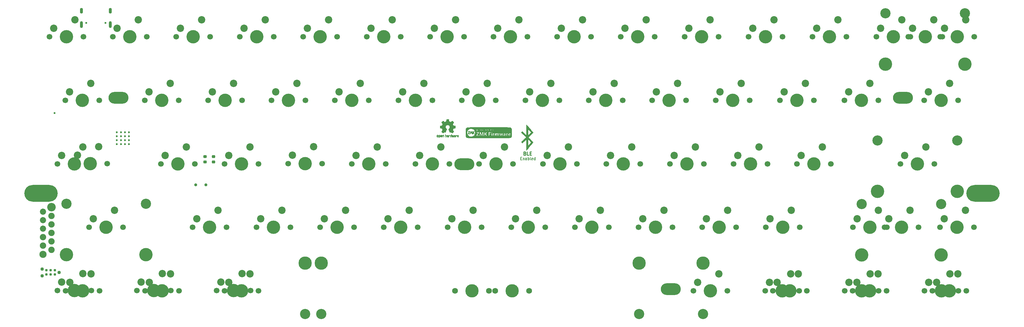
<source format=gts>
G04 #@! TF.GenerationSoftware,KiCad,Pcbnew,7.0.1-0*
G04 #@! TF.CreationDate,2023-08-08T22:45:17+05:30*
G04 #@! TF.ProjectId,Keyboard_60,4b657962-6f61-4726-945f-3630252e6b69,rev?*
G04 #@! TF.SameCoordinates,Original*
G04 #@! TF.FileFunction,Soldermask,Top*
G04 #@! TF.FilePolarity,Negative*
%FSLAX46Y46*%
G04 Gerber Fmt 4.6, Leading zero omitted, Abs format (unit mm)*
G04 Created by KiCad (PCBNEW 7.0.1-0) date 2023-08-08 22:45:17*
%MOMM*%
%LPD*%
G01*
G04 APERTURE LIST*
G04 Aperture macros list*
%AMRoundRect*
0 Rectangle with rounded corners*
0 $1 Rounding radius*
0 $2 $3 $4 $5 $6 $7 $8 $9 X,Y pos of 4 corners*
0 Add a 4 corners polygon primitive as box body*
4,1,4,$2,$3,$4,$5,$6,$7,$8,$9,$2,$3,0*
0 Add four circle primitives for the rounded corners*
1,1,$1+$1,$2,$3*
1,1,$1+$1,$4,$5*
1,1,$1+$1,$6,$7*
1,1,$1+$1,$8,$9*
0 Add four rect primitives between the rounded corners*
20,1,$1+$1,$2,$3,$4,$5,0*
20,1,$1+$1,$4,$5,$6,$7,0*
20,1,$1+$1,$6,$7,$8,$9,0*
20,1,$1+$1,$8,$9,$2,$3,0*%
G04 Aperture macros list end*
%ADD10C,0.200000*%
%ADD11C,0.250000*%
%ADD12C,0.010000*%
%ADD13C,1.700000*%
%ADD14C,4.000000*%
%ADD15C,2.200000*%
%ADD16C,2.150000*%
%ADD17C,2.550000*%
%ADD18C,1.900000*%
%ADD19C,1.850000*%
%ADD20O,9.999980X5.001260*%
%ADD21C,3.050000*%
%ADD22O,6.000000X3.500000*%
%ADD23C,3.987800*%
%ADD24C,3.048000*%
%ADD25C,1.750000*%
%ADD26C,1.016000*%
%ADD27C,0.787400*%
%ADD28RoundRect,0.218750X-0.256250X0.218750X-0.256250X-0.218750X0.256250X-0.218750X0.256250X0.218750X0*%
%ADD29C,0.600000*%
%ADD30C,0.900000*%
%ADD31O,0.900000X1.700000*%
%ADD32O,0.900000X2.000000*%
G04 APERTURE END LIST*
D10*
X145590476Y-46083047D02*
X145857142Y-46083047D01*
X145971428Y-46502095D02*
X145590476Y-46502095D01*
X145590476Y-46502095D02*
X145590476Y-45702095D01*
X145590476Y-45702095D02*
X145971428Y-45702095D01*
X146314286Y-45968761D02*
X146314286Y-46502095D01*
X146314286Y-46044952D02*
X146352381Y-46006857D01*
X146352381Y-46006857D02*
X146428571Y-45968761D01*
X146428571Y-45968761D02*
X146542857Y-45968761D01*
X146542857Y-45968761D02*
X146619048Y-46006857D01*
X146619048Y-46006857D02*
X146657143Y-46083047D01*
X146657143Y-46083047D02*
X146657143Y-46502095D01*
X147380953Y-46502095D02*
X147380953Y-46083047D01*
X147380953Y-46083047D02*
X147342858Y-46006857D01*
X147342858Y-46006857D02*
X147266667Y-45968761D01*
X147266667Y-45968761D02*
X147114286Y-45968761D01*
X147114286Y-45968761D02*
X147038096Y-46006857D01*
X147380953Y-46464000D02*
X147304762Y-46502095D01*
X147304762Y-46502095D02*
X147114286Y-46502095D01*
X147114286Y-46502095D02*
X147038096Y-46464000D01*
X147038096Y-46464000D02*
X147000000Y-46387809D01*
X147000000Y-46387809D02*
X147000000Y-46311619D01*
X147000000Y-46311619D02*
X147038096Y-46235428D01*
X147038096Y-46235428D02*
X147114286Y-46197333D01*
X147114286Y-46197333D02*
X147304762Y-46197333D01*
X147304762Y-46197333D02*
X147380953Y-46159238D01*
X147761906Y-46502095D02*
X147761906Y-45702095D01*
X147761906Y-46006857D02*
X147838096Y-45968761D01*
X147838096Y-45968761D02*
X147990477Y-45968761D01*
X147990477Y-45968761D02*
X148066668Y-46006857D01*
X148066668Y-46006857D02*
X148104763Y-46044952D01*
X148104763Y-46044952D02*
X148142858Y-46121142D01*
X148142858Y-46121142D02*
X148142858Y-46349714D01*
X148142858Y-46349714D02*
X148104763Y-46425904D01*
X148104763Y-46425904D02*
X148066668Y-46464000D01*
X148066668Y-46464000D02*
X147990477Y-46502095D01*
X147990477Y-46502095D02*
X147838096Y-46502095D01*
X147838096Y-46502095D02*
X147761906Y-46464000D01*
X148600001Y-46502095D02*
X148523811Y-46464000D01*
X148523811Y-46464000D02*
X148485716Y-46387809D01*
X148485716Y-46387809D02*
X148485716Y-45702095D01*
X149209526Y-46464000D02*
X149133335Y-46502095D01*
X149133335Y-46502095D02*
X148980954Y-46502095D01*
X148980954Y-46502095D02*
X148904764Y-46464000D01*
X148904764Y-46464000D02*
X148866668Y-46387809D01*
X148866668Y-46387809D02*
X148866668Y-46083047D01*
X148866668Y-46083047D02*
X148904764Y-46006857D01*
X148904764Y-46006857D02*
X148980954Y-45968761D01*
X148980954Y-45968761D02*
X149133335Y-45968761D01*
X149133335Y-45968761D02*
X149209526Y-46006857D01*
X149209526Y-46006857D02*
X149247621Y-46083047D01*
X149247621Y-46083047D02*
X149247621Y-46159238D01*
X149247621Y-46159238D02*
X148866668Y-46235428D01*
X149933335Y-46502095D02*
X149933335Y-45702095D01*
X149933335Y-46464000D02*
X149857144Y-46502095D01*
X149857144Y-46502095D02*
X149704763Y-46502095D01*
X149704763Y-46502095D02*
X149628573Y-46464000D01*
X149628573Y-46464000D02*
X149590478Y-46425904D01*
X149590478Y-46425904D02*
X149552382Y-46349714D01*
X149552382Y-46349714D02*
X149552382Y-46121142D01*
X149552382Y-46121142D02*
X149590478Y-46044952D01*
X149590478Y-46044952D02*
X149628573Y-46006857D01*
X149628573Y-46006857D02*
X149704763Y-45968761D01*
X149704763Y-45968761D02*
X149857144Y-45968761D01*
X149857144Y-45968761D02*
X149933335Y-46006857D01*
D11*
X146871428Y-44553809D02*
X147014285Y-44601428D01*
X147014285Y-44601428D02*
X147061904Y-44649047D01*
X147061904Y-44649047D02*
X147109523Y-44744285D01*
X147109523Y-44744285D02*
X147109523Y-44887142D01*
X147109523Y-44887142D02*
X147061904Y-44982380D01*
X147061904Y-44982380D02*
X147014285Y-45030000D01*
X147014285Y-45030000D02*
X146919047Y-45077619D01*
X146919047Y-45077619D02*
X146538095Y-45077619D01*
X146538095Y-45077619D02*
X146538095Y-44077619D01*
X146538095Y-44077619D02*
X146871428Y-44077619D01*
X146871428Y-44077619D02*
X146966666Y-44125238D01*
X146966666Y-44125238D02*
X147014285Y-44172857D01*
X147014285Y-44172857D02*
X147061904Y-44268095D01*
X147061904Y-44268095D02*
X147061904Y-44363333D01*
X147061904Y-44363333D02*
X147014285Y-44458571D01*
X147014285Y-44458571D02*
X146966666Y-44506190D01*
X146966666Y-44506190D02*
X146871428Y-44553809D01*
X146871428Y-44553809D02*
X146538095Y-44553809D01*
X148014285Y-45077619D02*
X147538095Y-45077619D01*
X147538095Y-45077619D02*
X147538095Y-44077619D01*
X148347619Y-44553809D02*
X148680952Y-44553809D01*
X148823809Y-45077619D02*
X148347619Y-45077619D01*
X148347619Y-45077619D02*
X148347619Y-44077619D01*
X148347619Y-44077619D02*
X148823809Y-44077619D01*
D12*
X126352600Y-39058752D02*
X126369948Y-39066334D01*
X126411356Y-39099128D01*
X126446765Y-39146547D01*
X126468664Y-39197151D01*
X126472229Y-39222098D01*
X126460279Y-39256927D01*
X126434067Y-39275357D01*
X126405964Y-39286516D01*
X126393095Y-39288572D01*
X126386829Y-39273649D01*
X126374456Y-39241175D01*
X126369028Y-39226502D01*
X126338590Y-39175744D01*
X126294520Y-39150427D01*
X126238010Y-39151206D01*
X126233825Y-39152203D01*
X126203655Y-39166507D01*
X126181476Y-39194393D01*
X126166327Y-39239287D01*
X126157250Y-39304615D01*
X126153286Y-39393804D01*
X126152914Y-39441261D01*
X126152730Y-39516071D01*
X126151522Y-39567069D01*
X126148309Y-39599471D01*
X126142109Y-39618495D01*
X126131940Y-39629356D01*
X126116819Y-39637272D01*
X126115946Y-39637670D01*
X126086828Y-39649981D01*
X126072403Y-39654514D01*
X126070186Y-39640809D01*
X126068289Y-39602925D01*
X126066847Y-39545715D01*
X126065998Y-39474027D01*
X126065829Y-39421565D01*
X126066692Y-39320047D01*
X126070070Y-39243032D01*
X126077142Y-39186023D01*
X126089088Y-39144526D01*
X126107090Y-39114043D01*
X126132327Y-39090080D01*
X126157247Y-39073355D01*
X126217171Y-39051097D01*
X126286911Y-39046076D01*
X126352600Y-39058752D01*
G36*
X126352600Y-39058752D02*
G01*
X126369948Y-39066334D01*
X126411356Y-39099128D01*
X126446765Y-39146547D01*
X126468664Y-39197151D01*
X126472229Y-39222098D01*
X126460279Y-39256927D01*
X126434067Y-39275357D01*
X126405964Y-39286516D01*
X126393095Y-39288572D01*
X126386829Y-39273649D01*
X126374456Y-39241175D01*
X126369028Y-39226502D01*
X126338590Y-39175744D01*
X126294520Y-39150427D01*
X126238010Y-39151206D01*
X126233825Y-39152203D01*
X126203655Y-39166507D01*
X126181476Y-39194393D01*
X126166327Y-39239287D01*
X126157250Y-39304615D01*
X126153286Y-39393804D01*
X126152914Y-39441261D01*
X126152730Y-39516071D01*
X126151522Y-39567069D01*
X126148309Y-39599471D01*
X126142109Y-39618495D01*
X126131940Y-39629356D01*
X126116819Y-39637272D01*
X126115946Y-39637670D01*
X126086828Y-39649981D01*
X126072403Y-39654514D01*
X126070186Y-39640809D01*
X126068289Y-39602925D01*
X126066847Y-39545715D01*
X126065998Y-39474027D01*
X126065829Y-39421565D01*
X126066692Y-39320047D01*
X126070070Y-39243032D01*
X126077142Y-39186023D01*
X126089088Y-39144526D01*
X126107090Y-39114043D01*
X126132327Y-39090080D01*
X126157247Y-39073355D01*
X126217171Y-39051097D01*
X126286911Y-39046076D01*
X126352600Y-39058752D01*
G37*
X122416093Y-39027780D02*
X122462672Y-39054723D01*
X122495057Y-39081466D01*
X122518742Y-39109484D01*
X122535059Y-39143748D01*
X122545339Y-39189227D01*
X122550914Y-39250892D01*
X122553116Y-39333711D01*
X122553371Y-39393246D01*
X122553371Y-39612391D01*
X122491686Y-39640044D01*
X122430000Y-39667697D01*
X122422743Y-39427670D01*
X122419744Y-39338028D01*
X122416598Y-39272962D01*
X122412701Y-39228026D01*
X122407447Y-39198770D01*
X122400231Y-39180748D01*
X122390450Y-39169511D01*
X122387312Y-39167079D01*
X122339761Y-39148083D01*
X122291697Y-39155600D01*
X122263086Y-39175543D01*
X122251447Y-39189675D01*
X122243391Y-39208220D01*
X122238271Y-39236334D01*
X122235441Y-39279173D01*
X122234256Y-39341895D01*
X122234057Y-39407261D01*
X122234018Y-39489268D01*
X122232614Y-39547316D01*
X122227914Y-39586465D01*
X122217987Y-39611780D01*
X122200903Y-39628323D01*
X122174732Y-39641156D01*
X122139775Y-39654491D01*
X122101596Y-39669007D01*
X122106141Y-39411389D01*
X122107971Y-39318519D01*
X122110112Y-39249889D01*
X122113181Y-39200711D01*
X122117794Y-39166198D01*
X122124568Y-39141562D01*
X122134119Y-39122016D01*
X122145634Y-39104770D01*
X122201190Y-39049680D01*
X122268980Y-39017822D01*
X122342713Y-39010191D01*
X122416093Y-39027780D01*
G36*
X122416093Y-39027780D02*
G01*
X122462672Y-39054723D01*
X122495057Y-39081466D01*
X122518742Y-39109484D01*
X122535059Y-39143748D01*
X122545339Y-39189227D01*
X122550914Y-39250892D01*
X122553116Y-39333711D01*
X122553371Y-39393246D01*
X122553371Y-39612391D01*
X122491686Y-39640044D01*
X122430000Y-39667697D01*
X122422743Y-39427670D01*
X122419744Y-39338028D01*
X122416598Y-39272962D01*
X122412701Y-39228026D01*
X122407447Y-39198770D01*
X122400231Y-39180748D01*
X122390450Y-39169511D01*
X122387312Y-39167079D01*
X122339761Y-39148083D01*
X122291697Y-39155600D01*
X122263086Y-39175543D01*
X122251447Y-39189675D01*
X122243391Y-39208220D01*
X122238271Y-39236334D01*
X122235441Y-39279173D01*
X122234256Y-39341895D01*
X122234057Y-39407261D01*
X122234018Y-39489268D01*
X122232614Y-39547316D01*
X122227914Y-39586465D01*
X122217987Y-39611780D01*
X122200903Y-39628323D01*
X122174732Y-39641156D01*
X122139775Y-39654491D01*
X122101596Y-39669007D01*
X122106141Y-39411389D01*
X122107971Y-39318519D01*
X122110112Y-39249889D01*
X122113181Y-39200711D01*
X122117794Y-39166198D01*
X122124568Y-39141562D01*
X122134119Y-39122016D01*
X122145634Y-39104770D01*
X122201190Y-39049680D01*
X122268980Y-39017822D01*
X122342713Y-39010191D01*
X122416093Y-39027780D01*
G37*
X124229926Y-39049755D02*
X124295858Y-39074084D01*
X124349273Y-39117117D01*
X124370164Y-39147409D01*
X124392939Y-39202994D01*
X124392466Y-39243186D01*
X124368562Y-39270217D01*
X124359717Y-39274813D01*
X124321530Y-39289144D01*
X124302028Y-39285472D01*
X124295422Y-39261407D01*
X124295086Y-39248114D01*
X124282992Y-39199210D01*
X124251471Y-39164999D01*
X124207659Y-39148476D01*
X124158695Y-39152634D01*
X124118894Y-39174227D01*
X124105450Y-39186544D01*
X124095921Y-39201487D01*
X124089485Y-39224075D01*
X124085317Y-39259328D01*
X124082597Y-39312266D01*
X124080502Y-39387907D01*
X124079960Y-39411857D01*
X124077981Y-39493790D01*
X124075731Y-39551455D01*
X124072357Y-39589608D01*
X124067006Y-39613004D01*
X124058824Y-39626398D01*
X124046959Y-39634545D01*
X124039362Y-39638144D01*
X124007102Y-39650452D01*
X123988111Y-39654514D01*
X123981836Y-39640948D01*
X123978006Y-39599934D01*
X123976600Y-39530999D01*
X123977598Y-39433669D01*
X123977908Y-39418657D01*
X123980101Y-39329859D01*
X123982693Y-39265019D01*
X123986382Y-39219067D01*
X123991864Y-39186935D01*
X123999835Y-39163553D01*
X124010993Y-39143852D01*
X124016830Y-39135410D01*
X124050296Y-39098057D01*
X124087727Y-39069003D01*
X124092309Y-39066467D01*
X124159426Y-39046443D01*
X124229926Y-39049755D01*
G36*
X124229926Y-39049755D02*
G01*
X124295858Y-39074084D01*
X124349273Y-39117117D01*
X124370164Y-39147409D01*
X124392939Y-39202994D01*
X124392466Y-39243186D01*
X124368562Y-39270217D01*
X124359717Y-39274813D01*
X124321530Y-39289144D01*
X124302028Y-39285472D01*
X124295422Y-39261407D01*
X124295086Y-39248114D01*
X124282992Y-39199210D01*
X124251471Y-39164999D01*
X124207659Y-39148476D01*
X124158695Y-39152634D01*
X124118894Y-39174227D01*
X124105450Y-39186544D01*
X124095921Y-39201487D01*
X124089485Y-39224075D01*
X124085317Y-39259328D01*
X124082597Y-39312266D01*
X124080502Y-39387907D01*
X124079960Y-39411857D01*
X124077981Y-39493790D01*
X124075731Y-39551455D01*
X124072357Y-39589608D01*
X124067006Y-39613004D01*
X124058824Y-39626398D01*
X124046959Y-39634545D01*
X124039362Y-39638144D01*
X124007102Y-39650452D01*
X123988111Y-39654514D01*
X123981836Y-39640948D01*
X123978006Y-39599934D01*
X123976600Y-39530999D01*
X123977598Y-39433669D01*
X123977908Y-39418657D01*
X123980101Y-39329859D01*
X123982693Y-39265019D01*
X123986382Y-39219067D01*
X123991864Y-39186935D01*
X123999835Y-39163553D01*
X124010993Y-39143852D01*
X124016830Y-39135410D01*
X124050296Y-39098057D01*
X124087727Y-39069003D01*
X124092309Y-39066467D01*
X124159426Y-39046443D01*
X124229926Y-39049755D01*
G37*
X123075886Y-38951289D02*
X123080139Y-39010613D01*
X123085025Y-39045572D01*
X123091795Y-39060820D01*
X123101702Y-39061015D01*
X123104914Y-39059195D01*
X123147644Y-39046015D01*
X123203227Y-39046785D01*
X123259737Y-39060333D01*
X123295082Y-39077861D01*
X123331321Y-39105861D01*
X123357813Y-39137549D01*
X123375999Y-39177813D01*
X123387322Y-39231543D01*
X123393222Y-39303626D01*
X123395143Y-39398951D01*
X123395177Y-39417237D01*
X123395200Y-39622646D01*
X123349491Y-39638580D01*
X123317027Y-39649420D01*
X123299215Y-39654468D01*
X123298691Y-39654514D01*
X123296937Y-39640828D01*
X123295444Y-39603076D01*
X123294326Y-39546224D01*
X123293697Y-39475234D01*
X123293600Y-39432073D01*
X123293398Y-39346973D01*
X123292358Y-39285981D01*
X123289831Y-39244177D01*
X123285164Y-39216642D01*
X123277707Y-39198456D01*
X123266811Y-39184698D01*
X123260007Y-39178073D01*
X123213272Y-39151375D01*
X123162272Y-39149375D01*
X123116001Y-39171955D01*
X123107444Y-39180107D01*
X123094893Y-39195436D01*
X123086188Y-39213618D01*
X123080631Y-39239909D01*
X123077526Y-39279562D01*
X123076176Y-39337832D01*
X123075886Y-39418173D01*
X123075886Y-39622646D01*
X123030177Y-39638580D01*
X122997713Y-39649420D01*
X122979901Y-39654468D01*
X122979377Y-39654514D01*
X122978037Y-39640623D01*
X122976828Y-39601439D01*
X122975801Y-39540700D01*
X122975002Y-39462141D01*
X122974481Y-39369498D01*
X122974286Y-39266509D01*
X122974286Y-38869342D01*
X123021457Y-38849444D01*
X123068629Y-38829547D01*
X123075886Y-38951289D01*
G36*
X123075886Y-38951289D02*
G01*
X123080139Y-39010613D01*
X123085025Y-39045572D01*
X123091795Y-39060820D01*
X123101702Y-39061015D01*
X123104914Y-39059195D01*
X123147644Y-39046015D01*
X123203227Y-39046785D01*
X123259737Y-39060333D01*
X123295082Y-39077861D01*
X123331321Y-39105861D01*
X123357813Y-39137549D01*
X123375999Y-39177813D01*
X123387322Y-39231543D01*
X123393222Y-39303626D01*
X123395143Y-39398951D01*
X123395177Y-39417237D01*
X123395200Y-39622646D01*
X123349491Y-39638580D01*
X123317027Y-39649420D01*
X123299215Y-39654468D01*
X123298691Y-39654514D01*
X123296937Y-39640828D01*
X123295444Y-39603076D01*
X123294326Y-39546224D01*
X123293697Y-39475234D01*
X123293600Y-39432073D01*
X123293398Y-39346973D01*
X123292358Y-39285981D01*
X123289831Y-39244177D01*
X123285164Y-39216642D01*
X123277707Y-39198456D01*
X123266811Y-39184698D01*
X123260007Y-39178073D01*
X123213272Y-39151375D01*
X123162272Y-39149375D01*
X123116001Y-39171955D01*
X123107444Y-39180107D01*
X123094893Y-39195436D01*
X123086188Y-39213618D01*
X123080631Y-39239909D01*
X123077526Y-39279562D01*
X123076176Y-39337832D01*
X123075886Y-39418173D01*
X123075886Y-39622646D01*
X123030177Y-39638580D01*
X122997713Y-39649420D01*
X122979901Y-39654468D01*
X122979377Y-39654514D01*
X122978037Y-39640623D01*
X122976828Y-39601439D01*
X122975801Y-39540700D01*
X122975002Y-39462141D01*
X122974481Y-39369498D01*
X122974286Y-39266509D01*
X122974286Y-38869342D01*
X123021457Y-38849444D01*
X123068629Y-38829547D01*
X123075886Y-38951289D01*
G37*
X125479833Y-39058663D02*
X125482048Y-39096850D01*
X125483784Y-39154886D01*
X125484899Y-39228180D01*
X125485257Y-39305055D01*
X125485257Y-39565196D01*
X125439326Y-39611127D01*
X125407675Y-39639429D01*
X125379890Y-39650893D01*
X125341915Y-39650168D01*
X125326840Y-39648321D01*
X125279726Y-39642948D01*
X125240756Y-39639869D01*
X125231257Y-39639585D01*
X125199233Y-39641445D01*
X125153432Y-39646114D01*
X125135674Y-39648321D01*
X125092057Y-39651735D01*
X125062745Y-39644320D01*
X125033680Y-39621427D01*
X125023188Y-39611127D01*
X124977257Y-39565196D01*
X124977257Y-39078602D01*
X125014226Y-39061758D01*
X125046059Y-39049282D01*
X125064683Y-39044914D01*
X125069458Y-39058718D01*
X125073921Y-39097286D01*
X125077775Y-39156356D01*
X125080722Y-39231663D01*
X125082143Y-39295286D01*
X125086114Y-39545657D01*
X125120759Y-39550556D01*
X125152268Y-39547131D01*
X125167708Y-39536041D01*
X125172023Y-39515308D01*
X125175708Y-39471145D01*
X125178469Y-39409146D01*
X125180012Y-39334909D01*
X125180235Y-39296706D01*
X125180457Y-39076783D01*
X125226166Y-39060849D01*
X125258518Y-39050015D01*
X125276115Y-39044962D01*
X125276623Y-39044914D01*
X125278388Y-39058648D01*
X125280329Y-39096730D01*
X125282282Y-39154482D01*
X125284084Y-39227227D01*
X125285343Y-39295286D01*
X125289314Y-39545657D01*
X125376400Y-39545657D01*
X125380396Y-39317240D01*
X125384392Y-39088822D01*
X125426847Y-39066868D01*
X125458192Y-39051793D01*
X125476744Y-39044951D01*
X125477279Y-39044914D01*
X125479833Y-39058663D01*
G36*
X125479833Y-39058663D02*
G01*
X125482048Y-39096850D01*
X125483784Y-39154886D01*
X125484899Y-39228180D01*
X125485257Y-39305055D01*
X125485257Y-39565196D01*
X125439326Y-39611127D01*
X125407675Y-39639429D01*
X125379890Y-39650893D01*
X125341915Y-39650168D01*
X125326840Y-39648321D01*
X125279726Y-39642948D01*
X125240756Y-39639869D01*
X125231257Y-39639585D01*
X125199233Y-39641445D01*
X125153432Y-39646114D01*
X125135674Y-39648321D01*
X125092057Y-39651735D01*
X125062745Y-39644320D01*
X125033680Y-39621427D01*
X125023188Y-39611127D01*
X124977257Y-39565196D01*
X124977257Y-39078602D01*
X125014226Y-39061758D01*
X125046059Y-39049282D01*
X125064683Y-39044914D01*
X125069458Y-39058718D01*
X125073921Y-39097286D01*
X125077775Y-39156356D01*
X125080722Y-39231663D01*
X125082143Y-39295286D01*
X125086114Y-39545657D01*
X125120759Y-39550556D01*
X125152268Y-39547131D01*
X125167708Y-39536041D01*
X125172023Y-39515308D01*
X125175708Y-39471145D01*
X125178469Y-39409146D01*
X125180012Y-39334909D01*
X125180235Y-39296706D01*
X125180457Y-39076783D01*
X125226166Y-39060849D01*
X125258518Y-39050015D01*
X125276115Y-39044962D01*
X125276623Y-39044914D01*
X125278388Y-39058648D01*
X125280329Y-39096730D01*
X125282282Y-39154482D01*
X125284084Y-39227227D01*
X125285343Y-39295286D01*
X125289314Y-39545657D01*
X125376400Y-39545657D01*
X125380396Y-39317240D01*
X125384392Y-39088822D01*
X125426847Y-39066868D01*
X125458192Y-39051793D01*
X125476744Y-39044951D01*
X125477279Y-39044914D01*
X125479833Y-39058663D01*
G37*
X120434322Y-39330192D02*
X120579429Y-39330192D01*
X120580273Y-39396430D01*
X120583596Y-39440386D01*
X120590583Y-39468779D01*
X120602416Y-39488325D01*
X120608457Y-39494857D01*
X120643186Y-39519680D01*
X120676903Y-39518548D01*
X120710995Y-39497016D01*
X120731329Y-39474029D01*
X120743371Y-39440478D01*
X120750134Y-39387569D01*
X120750598Y-39381399D01*
X120751752Y-39285513D01*
X120739688Y-39214299D01*
X120714570Y-39168194D01*
X120676560Y-39147635D01*
X120662992Y-39146514D01*
X120627364Y-39152152D01*
X120602994Y-39171686D01*
X120588093Y-39209042D01*
X120580875Y-39268150D01*
X120579429Y-39330192D01*
X120434322Y-39330192D01*
X120434826Y-39260413D01*
X120437096Y-39208159D01*
X120442068Y-39171949D01*
X120450713Y-39145299D01*
X120464005Y-39121722D01*
X120466943Y-39117338D01*
X120516313Y-39058249D01*
X120570109Y-39023947D01*
X120635602Y-39010331D01*
X120657842Y-39009665D01*
X120741115Y-39021962D01*
X120809145Y-39057733D01*
X120859351Y-39115301D01*
X120877185Y-39152312D01*
X120891063Y-39207882D01*
X120898167Y-39278096D01*
X120898840Y-39354727D01*
X120893427Y-39429552D01*
X120882270Y-39494342D01*
X120865714Y-39540873D01*
X120860626Y-39548887D01*
X120800355Y-39608707D01*
X120728769Y-39644535D01*
X120651092Y-39655020D01*
X120572548Y-39638810D01*
X120550689Y-39629092D01*
X120508122Y-39599143D01*
X120470763Y-39559433D01*
X120467232Y-39554397D01*
X120452881Y-39530124D01*
X120443394Y-39504178D01*
X120437790Y-39470022D01*
X120435086Y-39421119D01*
X120434299Y-39350935D01*
X120434286Y-39335200D01*
X120434322Y-39330192D01*
G36*
X120434322Y-39330192D02*
G01*
X120579429Y-39330192D01*
X120580273Y-39396430D01*
X120583596Y-39440386D01*
X120590583Y-39468779D01*
X120602416Y-39488325D01*
X120608457Y-39494857D01*
X120643186Y-39519680D01*
X120676903Y-39518548D01*
X120710995Y-39497016D01*
X120731329Y-39474029D01*
X120743371Y-39440478D01*
X120750134Y-39387569D01*
X120750598Y-39381399D01*
X120751752Y-39285513D01*
X120739688Y-39214299D01*
X120714570Y-39168194D01*
X120676560Y-39147635D01*
X120662992Y-39146514D01*
X120627364Y-39152152D01*
X120602994Y-39171686D01*
X120588093Y-39209042D01*
X120580875Y-39268150D01*
X120579429Y-39330192D01*
X120434322Y-39330192D01*
X120434826Y-39260413D01*
X120437096Y-39208159D01*
X120442068Y-39171949D01*
X120450713Y-39145299D01*
X120464005Y-39121722D01*
X120466943Y-39117338D01*
X120516313Y-39058249D01*
X120570109Y-39023947D01*
X120635602Y-39010331D01*
X120657842Y-39009665D01*
X120741115Y-39021962D01*
X120809145Y-39057733D01*
X120859351Y-39115301D01*
X120877185Y-39152312D01*
X120891063Y-39207882D01*
X120898167Y-39278096D01*
X120898840Y-39354727D01*
X120893427Y-39429552D01*
X120882270Y-39494342D01*
X120865714Y-39540873D01*
X120860626Y-39548887D01*
X120800355Y-39608707D01*
X120728769Y-39644535D01*
X120651092Y-39655020D01*
X120572548Y-39638810D01*
X120550689Y-39629092D01*
X120508122Y-39599143D01*
X120470763Y-39559433D01*
X120467232Y-39554397D01*
X120452881Y-39530124D01*
X120443394Y-39504178D01*
X120437790Y-39470022D01*
X120435086Y-39421119D01*
X120434299Y-39350935D01*
X120434286Y-39335200D01*
X120434322Y-39330192D01*
G37*
X126560372Y-39306247D02*
X126648007Y-39306247D01*
X126649023Y-39331126D01*
X126651556Y-39335200D01*
X126668274Y-39329665D01*
X126704249Y-39315017D01*
X126752331Y-39294190D01*
X126762386Y-39289714D01*
X126823152Y-39258814D01*
X126856632Y-39231657D01*
X126863990Y-39206220D01*
X126846391Y-39180481D01*
X126831856Y-39169109D01*
X126779410Y-39146364D01*
X126730322Y-39150122D01*
X126689227Y-39177884D01*
X126660758Y-39227152D01*
X126651631Y-39266257D01*
X126648007Y-39306247D01*
X126560372Y-39306247D01*
X126561285Y-39262249D01*
X126568196Y-39195384D01*
X126581884Y-39146695D01*
X126604096Y-39110849D01*
X126636574Y-39082513D01*
X126650733Y-39073355D01*
X126715053Y-39049507D01*
X126785473Y-39048006D01*
X126853595Y-39066966D01*
X126911021Y-39104497D01*
X126938719Y-39138096D01*
X126960662Y-39199064D01*
X126962405Y-39247308D01*
X126958457Y-39311816D01*
X126809686Y-39376934D01*
X126737349Y-39410202D01*
X126690084Y-39436964D01*
X126665507Y-39460144D01*
X126661237Y-39482667D01*
X126674889Y-39507455D01*
X126689943Y-39523886D01*
X126733746Y-39550235D01*
X126781389Y-39552081D01*
X126825145Y-39531546D01*
X126857289Y-39490752D01*
X126863038Y-39476347D01*
X126890576Y-39431356D01*
X126922258Y-39412182D01*
X126965714Y-39395779D01*
X126965714Y-39457966D01*
X126961872Y-39500283D01*
X126946823Y-39535969D01*
X126915280Y-39576943D01*
X126910592Y-39582267D01*
X126875506Y-39618720D01*
X126845347Y-39638283D01*
X126807615Y-39647283D01*
X126776335Y-39650230D01*
X126720385Y-39650965D01*
X126680555Y-39641660D01*
X126655708Y-39627846D01*
X126616656Y-39597467D01*
X126589625Y-39564613D01*
X126572517Y-39523294D01*
X126563238Y-39467521D01*
X126559693Y-39391305D01*
X126559410Y-39352622D01*
X126560372Y-39306247D01*
G36*
X126560372Y-39306247D02*
G01*
X126648007Y-39306247D01*
X126649023Y-39331126D01*
X126651556Y-39335200D01*
X126668274Y-39329665D01*
X126704249Y-39315017D01*
X126752331Y-39294190D01*
X126762386Y-39289714D01*
X126823152Y-39258814D01*
X126856632Y-39231657D01*
X126863990Y-39206220D01*
X126846391Y-39180481D01*
X126831856Y-39169109D01*
X126779410Y-39146364D01*
X126730322Y-39150122D01*
X126689227Y-39177884D01*
X126660758Y-39227152D01*
X126651631Y-39266257D01*
X126648007Y-39306247D01*
X126560372Y-39306247D01*
X126561285Y-39262249D01*
X126568196Y-39195384D01*
X126581884Y-39146695D01*
X126604096Y-39110849D01*
X126636574Y-39082513D01*
X126650733Y-39073355D01*
X126715053Y-39049507D01*
X126785473Y-39048006D01*
X126853595Y-39066966D01*
X126911021Y-39104497D01*
X126938719Y-39138096D01*
X126960662Y-39199064D01*
X126962405Y-39247308D01*
X126958457Y-39311816D01*
X126809686Y-39376934D01*
X126737349Y-39410202D01*
X126690084Y-39436964D01*
X126665507Y-39460144D01*
X126661237Y-39482667D01*
X126674889Y-39507455D01*
X126689943Y-39523886D01*
X126733746Y-39550235D01*
X126781389Y-39552081D01*
X126825145Y-39531546D01*
X126857289Y-39490752D01*
X126863038Y-39476347D01*
X126890576Y-39431356D01*
X126922258Y-39412182D01*
X126965714Y-39395779D01*
X126965714Y-39457966D01*
X126961872Y-39500283D01*
X126946823Y-39535969D01*
X126915280Y-39576943D01*
X126910592Y-39582267D01*
X126875506Y-39618720D01*
X126845347Y-39638283D01*
X126807615Y-39647283D01*
X126776335Y-39650230D01*
X126720385Y-39650965D01*
X126680555Y-39641660D01*
X126655708Y-39627846D01*
X126616656Y-39597467D01*
X126589625Y-39564613D01*
X126572517Y-39523294D01*
X126563238Y-39467521D01*
X126559693Y-39391305D01*
X126559410Y-39352622D01*
X126560372Y-39306247D01*
G37*
X124469458Y-39345647D02*
X124570857Y-39345647D01*
X124571476Y-39410550D01*
X124574314Y-39453514D01*
X124580840Y-39481622D01*
X124592523Y-39501953D01*
X124606483Y-39517288D01*
X124653365Y-39546890D01*
X124703701Y-39549419D01*
X124751276Y-39524705D01*
X124754979Y-39521356D01*
X124770783Y-39503935D01*
X124780693Y-39483209D01*
X124786058Y-39452362D01*
X124788228Y-39404577D01*
X124788571Y-39351748D01*
X124787827Y-39285381D01*
X124784748Y-39241106D01*
X124778061Y-39212009D01*
X124766496Y-39191173D01*
X124757013Y-39180107D01*
X124712960Y-39152198D01*
X124662224Y-39148843D01*
X124613796Y-39170159D01*
X124604450Y-39178073D01*
X124588540Y-39195647D01*
X124578610Y-39216587D01*
X124573278Y-39247782D01*
X124571163Y-39296122D01*
X124570857Y-39345647D01*
X124469458Y-39345647D01*
X124472810Y-39258568D01*
X124484726Y-39190086D01*
X124507135Y-39138600D01*
X124542124Y-39098443D01*
X124569375Y-39077861D01*
X124618907Y-39055625D01*
X124676316Y-39045304D01*
X124729682Y-39048067D01*
X124759543Y-39059212D01*
X124771261Y-39062383D01*
X124779037Y-39050557D01*
X124784465Y-39018866D01*
X124788571Y-38970593D01*
X124793067Y-38916829D01*
X124799313Y-38884482D01*
X124810676Y-38865985D01*
X124830528Y-38853770D01*
X124843000Y-38848362D01*
X124890171Y-38828601D01*
X124890117Y-39165358D01*
X124889933Y-39273837D01*
X124889219Y-39357287D01*
X124887675Y-39419704D01*
X124885001Y-39465085D01*
X124880894Y-39497429D01*
X124875055Y-39520733D01*
X124867182Y-39538995D01*
X124861221Y-39549418D01*
X124811855Y-39605945D01*
X124749264Y-39641377D01*
X124680013Y-39654090D01*
X124610668Y-39642463D01*
X124569375Y-39621568D01*
X124526025Y-39585422D01*
X124496481Y-39541276D01*
X124478655Y-39483462D01*
X124470463Y-39406313D01*
X124469302Y-39349714D01*
X124469458Y-39345647D01*
G36*
X124469458Y-39345647D02*
G01*
X124570857Y-39345647D01*
X124571476Y-39410550D01*
X124574314Y-39453514D01*
X124580840Y-39481622D01*
X124592523Y-39501953D01*
X124606483Y-39517288D01*
X124653365Y-39546890D01*
X124703701Y-39549419D01*
X124751276Y-39524705D01*
X124754979Y-39521356D01*
X124770783Y-39503935D01*
X124780693Y-39483209D01*
X124786058Y-39452362D01*
X124788228Y-39404577D01*
X124788571Y-39351748D01*
X124787827Y-39285381D01*
X124784748Y-39241106D01*
X124778061Y-39212009D01*
X124766496Y-39191173D01*
X124757013Y-39180107D01*
X124712960Y-39152198D01*
X124662224Y-39148843D01*
X124613796Y-39170159D01*
X124604450Y-39178073D01*
X124588540Y-39195647D01*
X124578610Y-39216587D01*
X124573278Y-39247782D01*
X124571163Y-39296122D01*
X124570857Y-39345647D01*
X124469458Y-39345647D01*
X124472810Y-39258568D01*
X124484726Y-39190086D01*
X124507135Y-39138600D01*
X124542124Y-39098443D01*
X124569375Y-39077861D01*
X124618907Y-39055625D01*
X124676316Y-39045304D01*
X124729682Y-39048067D01*
X124759543Y-39059212D01*
X124771261Y-39062383D01*
X124779037Y-39050557D01*
X124784465Y-39018866D01*
X124788571Y-38970593D01*
X124793067Y-38916829D01*
X124799313Y-38884482D01*
X124810676Y-38865985D01*
X124830528Y-38853770D01*
X124843000Y-38848362D01*
X124890171Y-38828601D01*
X124890117Y-39165358D01*
X124889933Y-39273837D01*
X124889219Y-39357287D01*
X124887675Y-39419704D01*
X124885001Y-39465085D01*
X124880894Y-39497429D01*
X124875055Y-39520733D01*
X124867182Y-39538995D01*
X124861221Y-39549418D01*
X124811855Y-39605945D01*
X124749264Y-39641377D01*
X124680013Y-39654090D01*
X124610668Y-39642463D01*
X124569375Y-39621568D01*
X124526025Y-39585422D01*
X124496481Y-39541276D01*
X124478655Y-39483462D01*
X124470463Y-39406313D01*
X124469302Y-39349714D01*
X124469458Y-39345647D01*
G37*
X121543233Y-39242748D02*
X121682514Y-39242748D01*
X121684324Y-39274753D01*
X121694222Y-39284093D01*
X121718898Y-39277105D01*
X121757795Y-39260587D01*
X121801275Y-39239881D01*
X121802356Y-39239333D01*
X121839209Y-39219949D01*
X121854000Y-39207013D01*
X121850353Y-39193451D01*
X121834995Y-39175632D01*
X121795923Y-39149845D01*
X121753846Y-39147950D01*
X121716103Y-39166717D01*
X121690034Y-39202915D01*
X121682514Y-39242748D01*
X121543233Y-39242748D01*
X121547194Y-39206027D01*
X121571550Y-39136212D01*
X121605456Y-39087302D01*
X121666653Y-39037878D01*
X121734063Y-39013359D01*
X121802880Y-39011797D01*
X121868303Y-39031239D01*
X121925527Y-39069735D01*
X121969749Y-39125335D01*
X121996167Y-39196086D01*
X122001510Y-39248162D01*
X122000903Y-39269893D01*
X121995822Y-39286531D01*
X121981855Y-39301437D01*
X121954589Y-39317973D01*
X121909612Y-39339498D01*
X121842511Y-39369374D01*
X121842171Y-39369524D01*
X121780407Y-39397813D01*
X121729759Y-39422933D01*
X121695404Y-39442179D01*
X121682518Y-39452848D01*
X121682514Y-39452934D01*
X121693872Y-39476166D01*
X121720431Y-39501774D01*
X121750923Y-39520221D01*
X121766370Y-39523886D01*
X121808515Y-39511212D01*
X121844808Y-39479471D01*
X121862517Y-39444572D01*
X121879552Y-39418845D01*
X121912922Y-39389546D01*
X121952149Y-39364235D01*
X121986756Y-39350471D01*
X121993993Y-39349714D01*
X122002139Y-39362160D01*
X122002630Y-39393972D01*
X121996643Y-39436866D01*
X121985357Y-39482558D01*
X121969950Y-39522761D01*
X121969171Y-39524322D01*
X121922804Y-39589062D01*
X121862711Y-39633097D01*
X121794465Y-39654711D01*
X121723638Y-39652185D01*
X121655804Y-39623804D01*
X121652788Y-39621808D01*
X121599427Y-39573448D01*
X121564340Y-39510352D01*
X121544922Y-39427387D01*
X121542316Y-39404078D01*
X121537701Y-39294055D01*
X121543233Y-39242748D01*
G36*
X121543233Y-39242748D02*
G01*
X121682514Y-39242748D01*
X121684324Y-39274753D01*
X121694222Y-39284093D01*
X121718898Y-39277105D01*
X121757795Y-39260587D01*
X121801275Y-39239881D01*
X121802356Y-39239333D01*
X121839209Y-39219949D01*
X121854000Y-39207013D01*
X121850353Y-39193451D01*
X121834995Y-39175632D01*
X121795923Y-39149845D01*
X121753846Y-39147950D01*
X121716103Y-39166717D01*
X121690034Y-39202915D01*
X121682514Y-39242748D01*
X121543233Y-39242748D01*
X121547194Y-39206027D01*
X121571550Y-39136212D01*
X121605456Y-39087302D01*
X121666653Y-39037878D01*
X121734063Y-39013359D01*
X121802880Y-39011797D01*
X121868303Y-39031239D01*
X121925527Y-39069735D01*
X121969749Y-39125335D01*
X121996167Y-39196086D01*
X122001510Y-39248162D01*
X122000903Y-39269893D01*
X121995822Y-39286531D01*
X121981855Y-39301437D01*
X121954589Y-39317973D01*
X121909612Y-39339498D01*
X121842511Y-39369374D01*
X121842171Y-39369524D01*
X121780407Y-39397813D01*
X121729759Y-39422933D01*
X121695404Y-39442179D01*
X121682518Y-39452848D01*
X121682514Y-39452934D01*
X121693872Y-39476166D01*
X121720431Y-39501774D01*
X121750923Y-39520221D01*
X121766370Y-39523886D01*
X121808515Y-39511212D01*
X121844808Y-39479471D01*
X121862517Y-39444572D01*
X121879552Y-39418845D01*
X121912922Y-39389546D01*
X121952149Y-39364235D01*
X121986756Y-39350471D01*
X121993993Y-39349714D01*
X122002139Y-39362160D01*
X122002630Y-39393972D01*
X121996643Y-39436866D01*
X121985357Y-39482558D01*
X121969950Y-39522761D01*
X121969171Y-39524322D01*
X121922804Y-39589062D01*
X121862711Y-39633097D01*
X121794465Y-39654711D01*
X121723638Y-39652185D01*
X121655804Y-39623804D01*
X121652788Y-39621808D01*
X121599427Y-39573448D01*
X121564340Y-39510352D01*
X121544922Y-39427387D01*
X121542316Y-39404078D01*
X121537701Y-39294055D01*
X121543233Y-39242748D01*
G37*
X123739744Y-39050968D02*
X123796616Y-39072087D01*
X123797267Y-39072493D01*
X123832440Y-39098380D01*
X123858407Y-39128633D01*
X123876670Y-39168058D01*
X123888732Y-39221462D01*
X123896096Y-39293651D01*
X123900264Y-39389432D01*
X123900629Y-39403078D01*
X123905876Y-39608842D01*
X123861716Y-39631678D01*
X123829763Y-39647110D01*
X123810470Y-39654423D01*
X123809578Y-39654514D01*
X123806239Y-39641022D01*
X123803587Y-39604626D01*
X123801956Y-39551452D01*
X123801600Y-39508393D01*
X123801592Y-39438641D01*
X123798403Y-39394837D01*
X123787288Y-39373944D01*
X123763501Y-39372925D01*
X123722296Y-39388741D01*
X123660086Y-39417815D01*
X123614341Y-39441963D01*
X123590813Y-39462913D01*
X123583896Y-39485747D01*
X123583886Y-39486877D01*
X123595299Y-39526212D01*
X123629092Y-39547462D01*
X123680809Y-39550539D01*
X123718061Y-39550006D01*
X123737703Y-39560735D01*
X123749952Y-39586505D01*
X123757002Y-39619337D01*
X123746842Y-39637966D01*
X123743017Y-39640632D01*
X123707001Y-39651340D01*
X123656566Y-39652856D01*
X123604626Y-39645759D01*
X123567822Y-39632788D01*
X123516938Y-39589585D01*
X123488014Y-39529446D01*
X123482286Y-39482462D01*
X123486657Y-39440082D01*
X123502475Y-39405488D01*
X123533797Y-39374763D01*
X123584678Y-39343990D01*
X123659176Y-39309252D01*
X123663714Y-39307288D01*
X123730821Y-39276287D01*
X123772232Y-39250862D01*
X123789981Y-39228014D01*
X123786107Y-39204745D01*
X123762643Y-39178056D01*
X123755627Y-39171914D01*
X123708630Y-39148100D01*
X123659933Y-39149103D01*
X123617522Y-39172451D01*
X123589384Y-39215675D01*
X123586769Y-39224160D01*
X123561308Y-39265308D01*
X123529001Y-39285128D01*
X123482286Y-39304770D01*
X123482286Y-39253950D01*
X123496496Y-39180082D01*
X123538675Y-39112327D01*
X123560624Y-39089661D01*
X123610517Y-39060569D01*
X123673967Y-39047400D01*
X123739744Y-39050968D01*
G36*
X123739744Y-39050968D02*
G01*
X123796616Y-39072087D01*
X123797267Y-39072493D01*
X123832440Y-39098380D01*
X123858407Y-39128633D01*
X123876670Y-39168058D01*
X123888732Y-39221462D01*
X123896096Y-39293651D01*
X123900264Y-39389432D01*
X123900629Y-39403078D01*
X123905876Y-39608842D01*
X123861716Y-39631678D01*
X123829763Y-39647110D01*
X123810470Y-39654423D01*
X123809578Y-39654514D01*
X123806239Y-39641022D01*
X123803587Y-39604626D01*
X123801956Y-39551452D01*
X123801600Y-39508393D01*
X123801592Y-39438641D01*
X123798403Y-39394837D01*
X123787288Y-39373944D01*
X123763501Y-39372925D01*
X123722296Y-39388741D01*
X123660086Y-39417815D01*
X123614341Y-39441963D01*
X123590813Y-39462913D01*
X123583896Y-39485747D01*
X123583886Y-39486877D01*
X123595299Y-39526212D01*
X123629092Y-39547462D01*
X123680809Y-39550539D01*
X123718061Y-39550006D01*
X123737703Y-39560735D01*
X123749952Y-39586505D01*
X123757002Y-39619337D01*
X123746842Y-39637966D01*
X123743017Y-39640632D01*
X123707001Y-39651340D01*
X123656566Y-39652856D01*
X123604626Y-39645759D01*
X123567822Y-39632788D01*
X123516938Y-39589585D01*
X123488014Y-39529446D01*
X123482286Y-39482462D01*
X123486657Y-39440082D01*
X123502475Y-39405488D01*
X123533797Y-39374763D01*
X123584678Y-39343990D01*
X123659176Y-39309252D01*
X123663714Y-39307288D01*
X123730821Y-39276287D01*
X123772232Y-39250862D01*
X123789981Y-39228014D01*
X123786107Y-39204745D01*
X123762643Y-39178056D01*
X123755627Y-39171914D01*
X123708630Y-39148100D01*
X123659933Y-39149103D01*
X123617522Y-39172451D01*
X123589384Y-39215675D01*
X123586769Y-39224160D01*
X123561308Y-39265308D01*
X123529001Y-39285128D01*
X123482286Y-39304770D01*
X123482286Y-39253950D01*
X123496496Y-39180082D01*
X123538675Y-39112327D01*
X123560624Y-39089661D01*
X123610517Y-39060569D01*
X123673967Y-39047400D01*
X123739744Y-39050968D01*
G37*
X120991472Y-39328603D02*
X121130971Y-39328603D01*
X121131755Y-39390499D01*
X121135240Y-39430997D01*
X121143124Y-39457708D01*
X121157105Y-39478244D01*
X121166597Y-39488260D01*
X121205404Y-39517567D01*
X121239763Y-39519952D01*
X121275216Y-39495750D01*
X121276114Y-39494857D01*
X121290539Y-39476153D01*
X121299313Y-39450732D01*
X121303739Y-39411584D01*
X121305118Y-39351697D01*
X121305143Y-39338430D01*
X121301812Y-39255901D01*
X121290969Y-39198691D01*
X121271340Y-39163766D01*
X121241650Y-39148094D01*
X121224491Y-39146514D01*
X121183766Y-39153926D01*
X121155832Y-39178330D01*
X121139017Y-39222980D01*
X121131650Y-39291130D01*
X121130971Y-39328603D01*
X120991472Y-39328603D01*
X120991708Y-39315245D01*
X120993677Y-39250333D01*
X120996450Y-39202958D01*
X121000388Y-39169290D01*
X121005849Y-39145498D01*
X121013192Y-39127753D01*
X121022777Y-39112224D01*
X121026887Y-39106381D01*
X121081405Y-39051185D01*
X121150336Y-39019890D01*
X121230072Y-39011165D01*
X121299744Y-39019918D01*
X121355201Y-39047568D01*
X121404148Y-39098480D01*
X121417629Y-39117338D01*
X121432314Y-39142015D01*
X121441842Y-39168816D01*
X121447293Y-39204587D01*
X121449747Y-39256169D01*
X121450286Y-39324267D01*
X121447852Y-39417588D01*
X121439394Y-39487657D01*
X121423174Y-39539931D01*
X121397454Y-39579869D01*
X121360497Y-39612929D01*
X121357782Y-39614886D01*
X121321360Y-39634908D01*
X121277502Y-39644815D01*
X121221724Y-39647257D01*
X121131048Y-39647257D01*
X121131010Y-39735283D01*
X121130166Y-39784308D01*
X121125024Y-39813065D01*
X121111587Y-39830311D01*
X121085858Y-39844808D01*
X121079679Y-39847769D01*
X121050764Y-39861648D01*
X121028376Y-39870414D01*
X121011729Y-39871171D01*
X121000036Y-39861023D01*
X120992510Y-39837073D01*
X120988366Y-39796426D01*
X120986815Y-39736186D01*
X120987071Y-39653455D01*
X120988349Y-39545339D01*
X120988748Y-39513000D01*
X120990185Y-39401524D01*
X120991472Y-39328603D01*
G36*
X120991472Y-39328603D02*
G01*
X121130971Y-39328603D01*
X121131755Y-39390499D01*
X121135240Y-39430997D01*
X121143124Y-39457708D01*
X121157105Y-39478244D01*
X121166597Y-39488260D01*
X121205404Y-39517567D01*
X121239763Y-39519952D01*
X121275216Y-39495750D01*
X121276114Y-39494857D01*
X121290539Y-39476153D01*
X121299313Y-39450732D01*
X121303739Y-39411584D01*
X121305118Y-39351697D01*
X121305143Y-39338430D01*
X121301812Y-39255901D01*
X121290969Y-39198691D01*
X121271340Y-39163766D01*
X121241650Y-39148094D01*
X121224491Y-39146514D01*
X121183766Y-39153926D01*
X121155832Y-39178330D01*
X121139017Y-39222980D01*
X121131650Y-39291130D01*
X121130971Y-39328603D01*
X120991472Y-39328603D01*
X120991708Y-39315245D01*
X120993677Y-39250333D01*
X120996450Y-39202958D01*
X121000388Y-39169290D01*
X121005849Y-39145498D01*
X121013192Y-39127753D01*
X121022777Y-39112224D01*
X121026887Y-39106381D01*
X121081405Y-39051185D01*
X121150336Y-39019890D01*
X121230072Y-39011165D01*
X121299744Y-39019918D01*
X121355201Y-39047568D01*
X121404148Y-39098480D01*
X121417629Y-39117338D01*
X121432314Y-39142015D01*
X121441842Y-39168816D01*
X121447293Y-39204587D01*
X121449747Y-39256169D01*
X121450286Y-39324267D01*
X121447852Y-39417588D01*
X121439394Y-39487657D01*
X121423174Y-39539931D01*
X121397454Y-39579869D01*
X121360497Y-39612929D01*
X121357782Y-39614886D01*
X121321360Y-39634908D01*
X121277502Y-39644815D01*
X121221724Y-39647257D01*
X121131048Y-39647257D01*
X121131010Y-39735283D01*
X121130166Y-39784308D01*
X121125024Y-39813065D01*
X121111587Y-39830311D01*
X121085858Y-39844808D01*
X121079679Y-39847769D01*
X121050764Y-39861648D01*
X121028376Y-39870414D01*
X121011729Y-39871171D01*
X121000036Y-39861023D01*
X120992510Y-39837073D01*
X120988366Y-39796426D01*
X120986815Y-39736186D01*
X120987071Y-39653455D01*
X120988349Y-39545339D01*
X120988748Y-39513000D01*
X120990185Y-39401524D01*
X120991472Y-39328603D01*
G37*
X125844876Y-39056335D02*
X125886667Y-39075344D01*
X125919469Y-39098378D01*
X125943503Y-39124133D01*
X125960097Y-39157358D01*
X125970577Y-39202800D01*
X125976271Y-39265207D01*
X125978507Y-39349327D01*
X125978743Y-39404721D01*
X125978743Y-39620826D01*
X125941774Y-39637670D01*
X125912656Y-39649981D01*
X125898231Y-39654514D01*
X125895472Y-39641025D01*
X125893282Y-39604653D01*
X125891942Y-39551542D01*
X125891657Y-39509372D01*
X125890434Y-39448447D01*
X125887136Y-39400115D01*
X125882321Y-39370518D01*
X125878496Y-39364229D01*
X125852783Y-39370652D01*
X125812418Y-39387125D01*
X125765679Y-39409458D01*
X125720845Y-39433457D01*
X125686193Y-39454930D01*
X125670002Y-39469685D01*
X125669938Y-39469845D01*
X125671330Y-39497152D01*
X125683818Y-39523219D01*
X125705743Y-39544392D01*
X125737743Y-39551474D01*
X125765092Y-39550649D01*
X125803826Y-39550042D01*
X125824158Y-39559116D01*
X125836369Y-39583092D01*
X125837909Y-39587613D01*
X125843203Y-39621806D01*
X125829047Y-39642568D01*
X125792148Y-39652462D01*
X125752289Y-39654292D01*
X125680562Y-39640727D01*
X125643432Y-39621355D01*
X125597576Y-39575845D01*
X125573256Y-39519983D01*
X125571073Y-39460957D01*
X125591629Y-39405953D01*
X125622549Y-39371486D01*
X125653420Y-39352189D01*
X125701942Y-39327759D01*
X125758485Y-39302985D01*
X125767910Y-39299199D01*
X125830019Y-39271791D01*
X125865822Y-39247634D01*
X125877337Y-39223619D01*
X125866580Y-39196635D01*
X125848114Y-39175543D01*
X125804469Y-39149572D01*
X125756446Y-39147624D01*
X125712406Y-39167637D01*
X125680709Y-39207551D01*
X125676549Y-39217848D01*
X125652327Y-39255724D01*
X125616965Y-39283842D01*
X125572343Y-39306917D01*
X125572343Y-39241485D01*
X125574969Y-39201506D01*
X125586230Y-39169997D01*
X125611199Y-39136378D01*
X125635169Y-39110484D01*
X125672441Y-39073817D01*
X125701401Y-39054121D01*
X125732505Y-39046220D01*
X125767713Y-39044914D01*
X125844876Y-39056335D01*
G36*
X125844876Y-39056335D02*
G01*
X125886667Y-39075344D01*
X125919469Y-39098378D01*
X125943503Y-39124133D01*
X125960097Y-39157358D01*
X125970577Y-39202800D01*
X125976271Y-39265207D01*
X125978507Y-39349327D01*
X125978743Y-39404721D01*
X125978743Y-39620826D01*
X125941774Y-39637670D01*
X125912656Y-39649981D01*
X125898231Y-39654514D01*
X125895472Y-39641025D01*
X125893282Y-39604653D01*
X125891942Y-39551542D01*
X125891657Y-39509372D01*
X125890434Y-39448447D01*
X125887136Y-39400115D01*
X125882321Y-39370518D01*
X125878496Y-39364229D01*
X125852783Y-39370652D01*
X125812418Y-39387125D01*
X125765679Y-39409458D01*
X125720845Y-39433457D01*
X125686193Y-39454930D01*
X125670002Y-39469685D01*
X125669938Y-39469845D01*
X125671330Y-39497152D01*
X125683818Y-39523219D01*
X125705743Y-39544392D01*
X125737743Y-39551474D01*
X125765092Y-39550649D01*
X125803826Y-39550042D01*
X125824158Y-39559116D01*
X125836369Y-39583092D01*
X125837909Y-39587613D01*
X125843203Y-39621806D01*
X125829047Y-39642568D01*
X125792148Y-39652462D01*
X125752289Y-39654292D01*
X125680562Y-39640727D01*
X125643432Y-39621355D01*
X125597576Y-39575845D01*
X125573256Y-39519983D01*
X125571073Y-39460957D01*
X125591629Y-39405953D01*
X125622549Y-39371486D01*
X125653420Y-39352189D01*
X125701942Y-39327759D01*
X125758485Y-39302985D01*
X125767910Y-39299199D01*
X125830019Y-39271791D01*
X125865822Y-39247634D01*
X125877337Y-39223619D01*
X125866580Y-39196635D01*
X125848114Y-39175543D01*
X125804469Y-39149572D01*
X125756446Y-39147624D01*
X125712406Y-39167637D01*
X125680709Y-39207551D01*
X125676549Y-39217848D01*
X125652327Y-39255724D01*
X125616965Y-39283842D01*
X125572343Y-39306917D01*
X125572343Y-39241485D01*
X125574969Y-39201506D01*
X125586230Y-39169997D01*
X125611199Y-39136378D01*
X125635169Y-39110484D01*
X125672441Y-39073817D01*
X125701401Y-39054121D01*
X125732505Y-39046220D01*
X125767713Y-39044914D01*
X125844876Y-39056335D01*
G37*
X123803910Y-34342348D02*
X123882454Y-34342778D01*
X123939298Y-34343942D01*
X123978105Y-34346207D01*
X124002538Y-34349940D01*
X124016262Y-34355506D01*
X124022940Y-34363273D01*
X124026236Y-34373605D01*
X124026556Y-34374943D01*
X124031562Y-34399079D01*
X124040829Y-34446701D01*
X124053392Y-34512741D01*
X124068287Y-34592128D01*
X124084551Y-34679796D01*
X124085119Y-34682875D01*
X124101410Y-34768789D01*
X124116652Y-34844696D01*
X124129861Y-34906045D01*
X124140054Y-34948282D01*
X124146248Y-34966855D01*
X124146543Y-34967184D01*
X124164788Y-34976253D01*
X124202405Y-34991367D01*
X124251271Y-35009262D01*
X124251543Y-35009358D01*
X124313093Y-35032493D01*
X124385657Y-35061965D01*
X124454057Y-35091597D01*
X124457294Y-35093062D01*
X124568702Y-35143626D01*
X124815399Y-34975160D01*
X124891077Y-34923803D01*
X124959631Y-34877889D01*
X125017088Y-34840030D01*
X125059476Y-34812837D01*
X125082825Y-34798921D01*
X125085042Y-34797889D01*
X125102010Y-34802484D01*
X125133701Y-34824655D01*
X125181352Y-34865447D01*
X125246198Y-34925905D01*
X125312397Y-34990227D01*
X125376214Y-35053612D01*
X125433329Y-35111451D01*
X125480305Y-35160175D01*
X125513703Y-35196210D01*
X125530085Y-35215984D01*
X125530694Y-35217002D01*
X125532505Y-35230572D01*
X125525683Y-35252733D01*
X125508540Y-35286478D01*
X125479393Y-35334800D01*
X125436555Y-35400692D01*
X125379448Y-35485517D01*
X125328766Y-35560177D01*
X125283461Y-35627140D01*
X125246150Y-35682516D01*
X125219452Y-35722420D01*
X125205985Y-35742962D01*
X125205137Y-35744356D01*
X125206781Y-35764038D01*
X125219245Y-35802293D01*
X125240048Y-35851889D01*
X125247462Y-35867728D01*
X125279814Y-35938290D01*
X125314328Y-36018353D01*
X125342365Y-36087629D01*
X125362568Y-36139045D01*
X125378615Y-36178119D01*
X125387888Y-36198541D01*
X125389041Y-36200114D01*
X125406096Y-36202721D01*
X125446298Y-36209863D01*
X125504302Y-36220523D01*
X125574763Y-36233685D01*
X125652335Y-36248333D01*
X125731672Y-36263449D01*
X125807431Y-36278018D01*
X125874264Y-36291022D01*
X125926828Y-36301445D01*
X125959776Y-36308270D01*
X125967857Y-36310199D01*
X125976205Y-36314962D01*
X125982506Y-36325718D01*
X125987045Y-36346098D01*
X125990104Y-36379734D01*
X125991967Y-36430255D01*
X125992918Y-36501292D01*
X125993240Y-36596476D01*
X125993257Y-36635492D01*
X125993257Y-36952799D01*
X125917057Y-36967839D01*
X125874663Y-36975995D01*
X125811400Y-36987899D01*
X125734962Y-37002116D01*
X125653043Y-37017210D01*
X125630400Y-37021355D01*
X125554806Y-37036053D01*
X125488953Y-37050505D01*
X125438366Y-37063375D01*
X125408574Y-37073322D01*
X125403612Y-37076287D01*
X125391426Y-37097283D01*
X125373953Y-37137967D01*
X125354577Y-37190322D01*
X125350734Y-37201600D01*
X125325339Y-37271523D01*
X125293817Y-37350418D01*
X125262969Y-37421266D01*
X125262817Y-37421595D01*
X125211447Y-37532733D01*
X125380399Y-37781253D01*
X125549352Y-38029772D01*
X125332429Y-38247058D01*
X125266819Y-38311726D01*
X125206979Y-38368733D01*
X125156267Y-38415033D01*
X125118046Y-38447584D01*
X125095675Y-38463343D01*
X125092466Y-38464343D01*
X125073626Y-38456469D01*
X125035180Y-38434578D01*
X124981330Y-38401267D01*
X124916276Y-38359131D01*
X124845940Y-38311943D01*
X124774555Y-38263810D01*
X124710908Y-38221928D01*
X124659041Y-38188871D01*
X124622995Y-38167218D01*
X124606867Y-38159543D01*
X124587189Y-38166037D01*
X124549875Y-38183150D01*
X124502621Y-38207326D01*
X124497612Y-38210013D01*
X124433977Y-38241927D01*
X124390341Y-38257579D01*
X124363202Y-38257745D01*
X124349057Y-38243204D01*
X124348975Y-38243000D01*
X124341905Y-38225779D01*
X124325042Y-38184899D01*
X124299695Y-38123525D01*
X124267171Y-38044819D01*
X124228778Y-37951947D01*
X124185822Y-37848072D01*
X124144222Y-37747502D01*
X124098504Y-37636516D01*
X124056526Y-37533703D01*
X124019548Y-37442215D01*
X123988827Y-37365201D01*
X123965622Y-37305815D01*
X123951190Y-37267209D01*
X123946743Y-37252800D01*
X123957896Y-37236272D01*
X123987069Y-37209930D01*
X124025971Y-37180887D01*
X124136757Y-37089039D01*
X124223351Y-36983759D01*
X124284716Y-36867266D01*
X124319815Y-36741776D01*
X124327608Y-36609507D01*
X124321943Y-36548457D01*
X124291078Y-36421795D01*
X124237920Y-36309941D01*
X124165767Y-36214001D01*
X124077917Y-36135076D01*
X123977665Y-36074270D01*
X123868310Y-36032687D01*
X123753147Y-36011428D01*
X123635475Y-36011599D01*
X123518590Y-36034301D01*
X123405789Y-36080638D01*
X123300369Y-36151713D01*
X123256368Y-36191911D01*
X123171979Y-36295129D01*
X123113222Y-36407925D01*
X123079704Y-36527010D01*
X123071035Y-36649095D01*
X123086823Y-36770893D01*
X123126678Y-36889116D01*
X123190207Y-37000475D01*
X123277021Y-37101684D01*
X123374029Y-37180887D01*
X123414437Y-37211162D01*
X123442982Y-37237219D01*
X123453257Y-37252825D01*
X123447877Y-37269843D01*
X123432575Y-37310500D01*
X123408612Y-37371642D01*
X123377244Y-37450119D01*
X123339732Y-37542780D01*
X123297333Y-37646472D01*
X123255663Y-37747526D01*
X123209690Y-37858607D01*
X123167107Y-37961541D01*
X123129221Y-38053165D01*
X123097340Y-38130316D01*
X123072771Y-38189831D01*
X123056820Y-38228544D01*
X123050910Y-38243000D01*
X123036948Y-38257685D01*
X123009940Y-38257642D01*
X122966413Y-38242099D01*
X122902890Y-38210284D01*
X122902388Y-38210013D01*
X122854560Y-38185323D01*
X122815897Y-38167338D01*
X122794095Y-38159614D01*
X122793133Y-38159543D01*
X122776721Y-38167378D01*
X122740487Y-38189165D01*
X122688474Y-38222328D01*
X122624725Y-38264291D01*
X122554060Y-38311943D01*
X122482116Y-38360191D01*
X122417274Y-38402151D01*
X122363735Y-38435227D01*
X122325697Y-38456821D01*
X122307533Y-38464343D01*
X122290808Y-38454457D01*
X122257180Y-38426826D01*
X122210010Y-38384495D01*
X122152658Y-38330505D01*
X122088484Y-38267899D01*
X122067497Y-38246983D01*
X121850499Y-38029623D01*
X122015668Y-37787220D01*
X122065864Y-37712781D01*
X122109919Y-37645972D01*
X122145362Y-37590665D01*
X122169719Y-37550729D01*
X122180522Y-37530036D01*
X122180838Y-37528563D01*
X122175143Y-37509058D01*
X122159826Y-37469822D01*
X122137537Y-37417430D01*
X122121893Y-37382355D01*
X122092641Y-37315201D01*
X122065094Y-37247358D01*
X122043737Y-37190034D01*
X122037935Y-37172572D01*
X122021452Y-37125938D01*
X122005340Y-37089905D01*
X121996490Y-37076287D01*
X121976960Y-37067952D01*
X121934334Y-37056137D01*
X121874145Y-37042181D01*
X121801922Y-37027422D01*
X121769600Y-37021355D01*
X121687522Y-37006273D01*
X121608795Y-36991669D01*
X121541109Y-36978980D01*
X121492160Y-36969642D01*
X121482943Y-36967839D01*
X121406743Y-36952799D01*
X121406743Y-36635492D01*
X121406914Y-36531154D01*
X121407616Y-36452213D01*
X121409134Y-36395038D01*
X121411749Y-36355999D01*
X121415746Y-36331465D01*
X121421409Y-36317805D01*
X121429020Y-36311389D01*
X121432143Y-36310199D01*
X121450978Y-36305980D01*
X121492588Y-36297562D01*
X121551630Y-36285961D01*
X121622757Y-36272195D01*
X121700625Y-36257280D01*
X121779887Y-36242232D01*
X121855198Y-36228069D01*
X121921213Y-36215806D01*
X121972587Y-36206461D01*
X122003975Y-36201050D01*
X122010959Y-36200114D01*
X122017285Y-36187596D01*
X122031290Y-36154246D01*
X122050355Y-36106377D01*
X122057634Y-36087629D01*
X122086996Y-36015195D01*
X122121571Y-35935170D01*
X122152537Y-35867728D01*
X122175323Y-35816159D01*
X122190482Y-35773785D01*
X122195542Y-35747834D01*
X122194736Y-35744356D01*
X122184041Y-35727936D01*
X122159620Y-35691417D01*
X122124095Y-35638687D01*
X122080087Y-35573635D01*
X122030217Y-35500151D01*
X122020356Y-35485645D01*
X121962492Y-35399704D01*
X121919956Y-35334261D01*
X121891054Y-35286304D01*
X121874090Y-35252820D01*
X121867367Y-35230795D01*
X121869190Y-35217217D01*
X121869236Y-35217131D01*
X121883586Y-35199297D01*
X121915323Y-35164817D01*
X121961010Y-35117268D01*
X122017204Y-35060222D01*
X122080468Y-34997255D01*
X122087602Y-34990227D01*
X122167330Y-34913020D01*
X122228857Y-34856330D01*
X122273421Y-34819110D01*
X122302257Y-34800315D01*
X122314958Y-34797889D01*
X122333494Y-34808471D01*
X122371961Y-34832916D01*
X122426386Y-34868612D01*
X122492798Y-34912947D01*
X122567225Y-34963311D01*
X122584601Y-34975160D01*
X122831297Y-35143626D01*
X122942706Y-35093062D01*
X123010457Y-35063595D01*
X123083183Y-35033959D01*
X123145703Y-35010330D01*
X123148457Y-35009358D01*
X123197360Y-34991457D01*
X123235057Y-34976320D01*
X123253425Y-34967210D01*
X123253456Y-34967184D01*
X123259285Y-34950717D01*
X123269192Y-34910219D01*
X123282195Y-34850242D01*
X123297309Y-34775340D01*
X123313552Y-34690064D01*
X123314881Y-34682875D01*
X123331175Y-34595014D01*
X123346133Y-34515260D01*
X123358791Y-34448681D01*
X123368186Y-34400347D01*
X123373354Y-34375325D01*
X123373444Y-34374943D01*
X123376589Y-34364299D01*
X123382704Y-34356262D01*
X123395453Y-34350467D01*
X123418500Y-34346547D01*
X123455509Y-34344135D01*
X123510144Y-34342865D01*
X123586067Y-34342371D01*
X123686944Y-34342286D01*
X123700000Y-34342286D01*
X123803910Y-34342348D01*
G36*
X123803910Y-34342348D02*
G01*
X123882454Y-34342778D01*
X123939298Y-34343942D01*
X123978105Y-34346207D01*
X124002538Y-34349940D01*
X124016262Y-34355506D01*
X124022940Y-34363273D01*
X124026236Y-34373605D01*
X124026556Y-34374943D01*
X124031562Y-34399079D01*
X124040829Y-34446701D01*
X124053392Y-34512741D01*
X124068287Y-34592128D01*
X124084551Y-34679796D01*
X124085119Y-34682875D01*
X124101410Y-34768789D01*
X124116652Y-34844696D01*
X124129861Y-34906045D01*
X124140054Y-34948282D01*
X124146248Y-34966855D01*
X124146543Y-34967184D01*
X124164788Y-34976253D01*
X124202405Y-34991367D01*
X124251271Y-35009262D01*
X124251543Y-35009358D01*
X124313093Y-35032493D01*
X124385657Y-35061965D01*
X124454057Y-35091597D01*
X124457294Y-35093062D01*
X124568702Y-35143626D01*
X124815399Y-34975160D01*
X124891077Y-34923803D01*
X124959631Y-34877889D01*
X125017088Y-34840030D01*
X125059476Y-34812837D01*
X125082825Y-34798921D01*
X125085042Y-34797889D01*
X125102010Y-34802484D01*
X125133701Y-34824655D01*
X125181352Y-34865447D01*
X125246198Y-34925905D01*
X125312397Y-34990227D01*
X125376214Y-35053612D01*
X125433329Y-35111451D01*
X125480305Y-35160175D01*
X125513703Y-35196210D01*
X125530085Y-35215984D01*
X125530694Y-35217002D01*
X125532505Y-35230572D01*
X125525683Y-35252733D01*
X125508540Y-35286478D01*
X125479393Y-35334800D01*
X125436555Y-35400692D01*
X125379448Y-35485517D01*
X125328766Y-35560177D01*
X125283461Y-35627140D01*
X125246150Y-35682516D01*
X125219452Y-35722420D01*
X125205985Y-35742962D01*
X125205137Y-35744356D01*
X125206781Y-35764038D01*
X125219245Y-35802293D01*
X125240048Y-35851889D01*
X125247462Y-35867728D01*
X125279814Y-35938290D01*
X125314328Y-36018353D01*
X125342365Y-36087629D01*
X125362568Y-36139045D01*
X125378615Y-36178119D01*
X125387888Y-36198541D01*
X125389041Y-36200114D01*
X125406096Y-36202721D01*
X125446298Y-36209863D01*
X125504302Y-36220523D01*
X125574763Y-36233685D01*
X125652335Y-36248333D01*
X125731672Y-36263449D01*
X125807431Y-36278018D01*
X125874264Y-36291022D01*
X125926828Y-36301445D01*
X125959776Y-36308270D01*
X125967857Y-36310199D01*
X125976205Y-36314962D01*
X125982506Y-36325718D01*
X125987045Y-36346098D01*
X125990104Y-36379734D01*
X125991967Y-36430255D01*
X125992918Y-36501292D01*
X125993240Y-36596476D01*
X125993257Y-36635492D01*
X125993257Y-36952799D01*
X125917057Y-36967839D01*
X125874663Y-36975995D01*
X125811400Y-36987899D01*
X125734962Y-37002116D01*
X125653043Y-37017210D01*
X125630400Y-37021355D01*
X125554806Y-37036053D01*
X125488953Y-37050505D01*
X125438366Y-37063375D01*
X125408574Y-37073322D01*
X125403612Y-37076287D01*
X125391426Y-37097283D01*
X125373953Y-37137967D01*
X125354577Y-37190322D01*
X125350734Y-37201600D01*
X125325339Y-37271523D01*
X125293817Y-37350418D01*
X125262969Y-37421266D01*
X125262817Y-37421595D01*
X125211447Y-37532733D01*
X125380399Y-37781253D01*
X125549352Y-38029772D01*
X125332429Y-38247058D01*
X125266819Y-38311726D01*
X125206979Y-38368733D01*
X125156267Y-38415033D01*
X125118046Y-38447584D01*
X125095675Y-38463343D01*
X125092466Y-38464343D01*
X125073626Y-38456469D01*
X125035180Y-38434578D01*
X124981330Y-38401267D01*
X124916276Y-38359131D01*
X124845940Y-38311943D01*
X124774555Y-38263810D01*
X124710908Y-38221928D01*
X124659041Y-38188871D01*
X124622995Y-38167218D01*
X124606867Y-38159543D01*
X124587189Y-38166037D01*
X124549875Y-38183150D01*
X124502621Y-38207326D01*
X124497612Y-38210013D01*
X124433977Y-38241927D01*
X124390341Y-38257579D01*
X124363202Y-38257745D01*
X124349057Y-38243204D01*
X124348975Y-38243000D01*
X124341905Y-38225779D01*
X124325042Y-38184899D01*
X124299695Y-38123525D01*
X124267171Y-38044819D01*
X124228778Y-37951947D01*
X124185822Y-37848072D01*
X124144222Y-37747502D01*
X124098504Y-37636516D01*
X124056526Y-37533703D01*
X124019548Y-37442215D01*
X123988827Y-37365201D01*
X123965622Y-37305815D01*
X123951190Y-37267209D01*
X123946743Y-37252800D01*
X123957896Y-37236272D01*
X123987069Y-37209930D01*
X124025971Y-37180887D01*
X124136757Y-37089039D01*
X124223351Y-36983759D01*
X124284716Y-36867266D01*
X124319815Y-36741776D01*
X124327608Y-36609507D01*
X124321943Y-36548457D01*
X124291078Y-36421795D01*
X124237920Y-36309941D01*
X124165767Y-36214001D01*
X124077917Y-36135076D01*
X123977665Y-36074270D01*
X123868310Y-36032687D01*
X123753147Y-36011428D01*
X123635475Y-36011599D01*
X123518590Y-36034301D01*
X123405789Y-36080638D01*
X123300369Y-36151713D01*
X123256368Y-36191911D01*
X123171979Y-36295129D01*
X123113222Y-36407925D01*
X123079704Y-36527010D01*
X123071035Y-36649095D01*
X123086823Y-36770893D01*
X123126678Y-36889116D01*
X123190207Y-37000475D01*
X123277021Y-37101684D01*
X123374029Y-37180887D01*
X123414437Y-37211162D01*
X123442982Y-37237219D01*
X123453257Y-37252825D01*
X123447877Y-37269843D01*
X123432575Y-37310500D01*
X123408612Y-37371642D01*
X123377244Y-37450119D01*
X123339732Y-37542780D01*
X123297333Y-37646472D01*
X123255663Y-37747526D01*
X123209690Y-37858607D01*
X123167107Y-37961541D01*
X123129221Y-38053165D01*
X123097340Y-38130316D01*
X123072771Y-38189831D01*
X123056820Y-38228544D01*
X123050910Y-38243000D01*
X123036948Y-38257685D01*
X123009940Y-38257642D01*
X122966413Y-38242099D01*
X122902890Y-38210284D01*
X122902388Y-38210013D01*
X122854560Y-38185323D01*
X122815897Y-38167338D01*
X122794095Y-38159614D01*
X122793133Y-38159543D01*
X122776721Y-38167378D01*
X122740487Y-38189165D01*
X122688474Y-38222328D01*
X122624725Y-38264291D01*
X122554060Y-38311943D01*
X122482116Y-38360191D01*
X122417274Y-38402151D01*
X122363735Y-38435227D01*
X122325697Y-38456821D01*
X122307533Y-38464343D01*
X122290808Y-38454457D01*
X122257180Y-38426826D01*
X122210010Y-38384495D01*
X122152658Y-38330505D01*
X122088484Y-38267899D01*
X122067497Y-38246983D01*
X121850499Y-38029623D01*
X122015668Y-37787220D01*
X122065864Y-37712781D01*
X122109919Y-37645972D01*
X122145362Y-37590665D01*
X122169719Y-37550729D01*
X122180522Y-37530036D01*
X122180838Y-37528563D01*
X122175143Y-37509058D01*
X122159826Y-37469822D01*
X122137537Y-37417430D01*
X122121893Y-37382355D01*
X122092641Y-37315201D01*
X122065094Y-37247358D01*
X122043737Y-37190034D01*
X122037935Y-37172572D01*
X122021452Y-37125938D01*
X122005340Y-37089905D01*
X121996490Y-37076287D01*
X121976960Y-37067952D01*
X121934334Y-37056137D01*
X121874145Y-37042181D01*
X121801922Y-37027422D01*
X121769600Y-37021355D01*
X121687522Y-37006273D01*
X121608795Y-36991669D01*
X121541109Y-36978980D01*
X121492160Y-36969642D01*
X121482943Y-36967839D01*
X121406743Y-36952799D01*
X121406743Y-36635492D01*
X121406914Y-36531154D01*
X121407616Y-36452213D01*
X121409134Y-36395038D01*
X121411749Y-36355999D01*
X121415746Y-36331465D01*
X121421409Y-36317805D01*
X121429020Y-36311389D01*
X121432143Y-36310199D01*
X121450978Y-36305980D01*
X121492588Y-36297562D01*
X121551630Y-36285961D01*
X121622757Y-36272195D01*
X121700625Y-36257280D01*
X121779887Y-36242232D01*
X121855198Y-36228069D01*
X121921213Y-36215806D01*
X121972587Y-36206461D01*
X122003975Y-36201050D01*
X122010959Y-36200114D01*
X122017285Y-36187596D01*
X122031290Y-36154246D01*
X122050355Y-36106377D01*
X122057634Y-36087629D01*
X122086996Y-36015195D01*
X122121571Y-35935170D01*
X122152537Y-35867728D01*
X122175323Y-35816159D01*
X122190482Y-35773785D01*
X122195542Y-35747834D01*
X122194736Y-35744356D01*
X122184041Y-35727936D01*
X122159620Y-35691417D01*
X122124095Y-35638687D01*
X122080087Y-35573635D01*
X122030217Y-35500151D01*
X122020356Y-35485645D01*
X121962492Y-35399704D01*
X121919956Y-35334261D01*
X121891054Y-35286304D01*
X121874090Y-35252820D01*
X121867367Y-35230795D01*
X121869190Y-35217217D01*
X121869236Y-35217131D01*
X121883586Y-35199297D01*
X121915323Y-35164817D01*
X121961010Y-35117268D01*
X122017204Y-35060222D01*
X122080468Y-34997255D01*
X122087602Y-34990227D01*
X122167330Y-34913020D01*
X122228857Y-34856330D01*
X122273421Y-34819110D01*
X122302257Y-34800315D01*
X122314958Y-34797889D01*
X122333494Y-34808471D01*
X122371961Y-34832916D01*
X122426386Y-34868612D01*
X122492798Y-34912947D01*
X122567225Y-34963311D01*
X122584601Y-34975160D01*
X122831297Y-35143626D01*
X122942706Y-35093062D01*
X123010457Y-35063595D01*
X123083183Y-35033959D01*
X123145703Y-35010330D01*
X123148457Y-35009358D01*
X123197360Y-34991457D01*
X123235057Y-34976320D01*
X123253425Y-34967210D01*
X123253456Y-34967184D01*
X123259285Y-34950717D01*
X123269192Y-34910219D01*
X123282195Y-34850242D01*
X123297309Y-34775340D01*
X123313552Y-34690064D01*
X123314881Y-34682875D01*
X123331175Y-34595014D01*
X123346133Y-34515260D01*
X123358791Y-34448681D01*
X123368186Y-34400347D01*
X123373354Y-34375325D01*
X123373444Y-34374943D01*
X123376589Y-34364299D01*
X123382704Y-34356262D01*
X123395453Y-34350467D01*
X123418500Y-34346547D01*
X123455509Y-34344135D01*
X123510144Y-34342865D01*
X123586067Y-34342371D01*
X123686944Y-34342286D01*
X123700000Y-34342286D01*
X123803910Y-34342348D01*
G37*
X134190250Y-37425297D02*
X134195568Y-37440748D01*
X134137333Y-37446649D01*
X134077235Y-37439996D01*
X134084417Y-37425297D01*
X134171088Y-37419705D01*
X134190250Y-37425297D01*
G36*
X134190250Y-37425297D02*
G01*
X134195568Y-37440748D01*
X134137333Y-37446649D01*
X134077235Y-37439996D01*
X134084417Y-37425297D01*
X134171088Y-37419705D01*
X134190250Y-37425297D01*
G37*
X135226535Y-37427757D02*
X135213909Y-37446998D01*
X135170972Y-37449991D01*
X135125801Y-37439652D01*
X135145396Y-37424415D01*
X135211558Y-37419368D01*
X135226535Y-37427757D01*
G36*
X135226535Y-37427757D02*
G01*
X135213909Y-37446998D01*
X135170972Y-37449991D01*
X135125801Y-37439652D01*
X135145396Y-37424415D01*
X135211558Y-37419368D01*
X135226535Y-37427757D01*
G37*
X135291722Y-37594899D02*
X135293129Y-37608796D01*
X135226858Y-37614472D01*
X135216833Y-37614414D01*
X135151176Y-37608309D01*
X135157444Y-37595425D01*
X135164722Y-37593330D01*
X135256937Y-37587132D01*
X135291722Y-37594899D01*
G36*
X135291722Y-37594899D02*
G01*
X135293129Y-37608796D01*
X135226858Y-37614472D01*
X135216833Y-37614414D01*
X135151176Y-37608309D01*
X135157444Y-37595425D01*
X135164722Y-37593330D01*
X135256937Y-37587132D01*
X135291722Y-37594899D01*
G37*
X142264453Y-38679789D02*
X142297083Y-38712750D01*
X142275054Y-38752894D01*
X142180667Y-38765667D01*
X142083627Y-38751689D01*
X142064250Y-38712750D01*
X142115275Y-38671428D01*
X142180667Y-38659833D01*
X142264453Y-38679789D01*
G36*
X142264453Y-38679789D02*
G01*
X142297083Y-38712750D01*
X142275054Y-38752894D01*
X142180667Y-38765667D01*
X142083627Y-38751689D01*
X142064250Y-38712750D01*
X142115275Y-38671428D01*
X142180667Y-38659833D01*
X142264453Y-38679789D01*
G37*
X132644469Y-37418941D02*
X132714526Y-37464953D01*
X132731342Y-37501409D01*
X132712317Y-37570798D01*
X132644681Y-37600250D01*
X132571576Y-37580689D01*
X132536397Y-37522237D01*
X132556731Y-37455890D01*
X132616071Y-37418272D01*
X132644469Y-37418941D01*
G36*
X132644469Y-37418941D02*
G01*
X132714526Y-37464953D01*
X132731342Y-37501409D01*
X132712317Y-37570798D01*
X132644681Y-37600250D01*
X132571576Y-37580689D01*
X132536397Y-37522237D01*
X132556731Y-37455890D01*
X132616071Y-37418272D01*
X132644469Y-37418941D01*
G37*
X135744254Y-37451042D02*
X135767167Y-37516833D01*
X135732758Y-37592184D01*
X135668528Y-37615472D01*
X135595946Y-37612181D01*
X135580889Y-37557163D01*
X135583861Y-37530805D01*
X135621372Y-37455952D01*
X135685290Y-37428568D01*
X135744254Y-37451042D01*
G36*
X135744254Y-37451042D02*
G01*
X135767167Y-37516833D01*
X135732758Y-37592184D01*
X135668528Y-37615472D01*
X135595946Y-37612181D01*
X135580889Y-37557163D01*
X135583861Y-37530805D01*
X135621372Y-37455952D01*
X135685290Y-37428568D01*
X135744254Y-37451042D01*
G37*
X133184139Y-37437315D02*
X133226330Y-37504675D01*
X133227167Y-37517413D01*
X133194479Y-37587265D01*
X133121356Y-37618072D01*
X133045209Y-37602630D01*
X133009689Y-37559290D01*
X133008436Y-37477508D01*
X133026549Y-37446518D01*
X133105077Y-37413523D01*
X133184139Y-37437315D01*
G36*
X133184139Y-37437315D02*
G01*
X133226330Y-37504675D01*
X133227167Y-37517413D01*
X133194479Y-37587265D01*
X133121356Y-37618072D01*
X133045209Y-37602630D01*
X133009689Y-37559290D01*
X133008436Y-37477508D01*
X133026549Y-37446518D01*
X133105077Y-37413523D01*
X133184139Y-37437315D01*
G37*
X136813005Y-37451509D02*
X136846546Y-37531025D01*
X136846667Y-37536671D01*
X136815725Y-37602690D01*
X136747028Y-37623870D01*
X136676763Y-37596608D01*
X136649217Y-37556321D01*
X136650446Y-37474488D01*
X136668867Y-37444867D01*
X136742726Y-37417083D01*
X136813005Y-37451509D01*
G36*
X136813005Y-37451509D02*
G01*
X136846546Y-37531025D01*
X136846667Y-37536671D01*
X136815725Y-37602690D01*
X136747028Y-37623870D01*
X136676763Y-37596608D01*
X136649217Y-37556321D01*
X136650446Y-37474488D01*
X136668867Y-37444867D01*
X136742726Y-37417083D01*
X136813005Y-37451509D01*
G37*
X140771774Y-38922592D02*
X140775718Y-38989425D01*
X140746219Y-39058754D01*
X140692364Y-39095661D01*
X140616420Y-39083452D01*
X140593469Y-39062489D01*
X140593194Y-38995067D01*
X140644283Y-38927482D01*
X140720318Y-38893011D01*
X140728294Y-38892667D01*
X140771774Y-38922592D01*
G36*
X140771774Y-38922592D02*
G01*
X140775718Y-38989425D01*
X140746219Y-39058754D01*
X140692364Y-39095661D01*
X140616420Y-39083452D01*
X140593469Y-39062489D01*
X140593194Y-38995067D01*
X140644283Y-38927482D01*
X140720318Y-38893011D01*
X140728294Y-38892667D01*
X140771774Y-38922592D01*
G37*
X130214901Y-37921927D02*
X130291389Y-37935212D01*
X130322303Y-37965606D01*
X130327333Y-38006920D01*
X130303539Y-38084534D01*
X130241200Y-38203047D01*
X130155048Y-38335003D01*
X129982762Y-38575167D01*
X130176214Y-38588069D01*
X130308843Y-38607602D01*
X130366016Y-38645136D01*
X130369667Y-38662153D01*
X130349031Y-38696939D01*
X130277225Y-38716148D01*
X130139397Y-38723113D01*
X130096998Y-38723333D01*
X129953132Y-38718001D01*
X129846077Y-38704082D01*
X129801461Y-38686331D01*
X129811705Y-38635328D01*
X129859903Y-38535022D01*
X129936042Y-38405882D01*
X129947130Y-38388569D01*
X130029407Y-38256030D01*
X130089425Y-38149357D01*
X130115395Y-38089653D01*
X130115667Y-38086905D01*
X130078448Y-38059866D01*
X129986930Y-38046353D01*
X129967500Y-38046000D01*
X129857913Y-38032230D01*
X129819601Y-37988283D01*
X129819333Y-37982500D01*
X129838840Y-37945628D01*
X129907990Y-37925832D01*
X130042729Y-37919125D01*
X130073333Y-37919000D01*
X130214901Y-37921927D01*
G36*
X130214901Y-37921927D02*
G01*
X130291389Y-37935212D01*
X130322303Y-37965606D01*
X130327333Y-38006920D01*
X130303539Y-38084534D01*
X130241200Y-38203047D01*
X130155048Y-38335003D01*
X129982762Y-38575167D01*
X130176214Y-38588069D01*
X130308843Y-38607602D01*
X130366016Y-38645136D01*
X130369667Y-38662153D01*
X130349031Y-38696939D01*
X130277225Y-38716148D01*
X130139397Y-38723113D01*
X130096998Y-38723333D01*
X129953132Y-38718001D01*
X129846077Y-38704082D01*
X129801461Y-38686331D01*
X129811705Y-38635328D01*
X129859903Y-38535022D01*
X129936042Y-38405882D01*
X129947130Y-38388569D01*
X130029407Y-38256030D01*
X130089425Y-38149357D01*
X130115395Y-38089653D01*
X130115667Y-38086905D01*
X130078448Y-38059866D01*
X129986930Y-38046353D01*
X129967500Y-38046000D01*
X129857913Y-38032230D01*
X129819601Y-37988283D01*
X129819333Y-37982500D01*
X129838840Y-37945628D01*
X129907990Y-37925832D01*
X130042729Y-37919125D01*
X130073333Y-37919000D01*
X130214901Y-37921927D01*
G37*
X131312843Y-37932378D02*
X131337837Y-37987090D01*
X131344004Y-38098917D01*
X131344674Y-38278833D01*
X131460420Y-38099221D01*
X131541093Y-37995295D01*
X131617903Y-37930291D01*
X131650250Y-37919305D01*
X131705213Y-37925302D01*
X131717131Y-37954499D01*
X131683514Y-38022769D01*
X131618500Y-38121573D01*
X131554111Y-38223696D01*
X131516589Y-38297461D01*
X131512667Y-38312783D01*
X131534951Y-38365032D01*
X131592161Y-38461053D01*
X131641700Y-38535789D01*
X131714424Y-38643825D01*
X131741939Y-38699511D01*
X131727177Y-38720146D01*
X131673450Y-38723028D01*
X131584038Y-38689727D01*
X131488480Y-38584708D01*
X131460420Y-38543112D01*
X131344674Y-38363500D01*
X131344004Y-38543417D01*
X131337279Y-38658435D01*
X131311336Y-38711115D01*
X131258667Y-38723333D01*
X131219315Y-38717260D01*
X131194480Y-38688572D01*
X131180853Y-38621561D01*
X131175129Y-38500524D01*
X131174000Y-38321167D01*
X131175278Y-38134248D01*
X131181318Y-38016279D01*
X131195425Y-37951552D01*
X131220907Y-37924364D01*
X131258667Y-37919000D01*
X131312843Y-37932378D01*
G36*
X131312843Y-37932378D02*
G01*
X131337837Y-37987090D01*
X131344004Y-38098917D01*
X131344674Y-38278833D01*
X131460420Y-38099221D01*
X131541093Y-37995295D01*
X131617903Y-37930291D01*
X131650250Y-37919305D01*
X131705213Y-37925302D01*
X131717131Y-37954499D01*
X131683514Y-38022769D01*
X131618500Y-38121573D01*
X131554111Y-38223696D01*
X131516589Y-38297461D01*
X131512667Y-38312783D01*
X131534951Y-38365032D01*
X131592161Y-38461053D01*
X131641700Y-38535789D01*
X131714424Y-38643825D01*
X131741939Y-38699511D01*
X131727177Y-38720146D01*
X131673450Y-38723028D01*
X131584038Y-38689727D01*
X131488480Y-38584708D01*
X131460420Y-38543112D01*
X131344674Y-38363500D01*
X131344004Y-38543417D01*
X131337279Y-38658435D01*
X131311336Y-38711115D01*
X131258667Y-38723333D01*
X131219315Y-38717260D01*
X131194480Y-38688572D01*
X131180853Y-38621561D01*
X131175129Y-38500524D01*
X131174000Y-38321167D01*
X131175278Y-38134248D01*
X131181318Y-38016279D01*
X131195425Y-37951552D01*
X131220907Y-37924364D01*
X131258667Y-37919000D01*
X131312843Y-37932378D01*
G37*
X130652709Y-37936663D02*
X130666000Y-37958577D01*
X130680452Y-38023452D01*
X130713251Y-38117327D01*
X130760502Y-38236500D01*
X130812061Y-38088333D01*
X130880683Y-37966384D01*
X130955310Y-37926639D01*
X131002422Y-37925155D01*
X131029889Y-37949442D01*
X131043042Y-38016625D01*
X131047214Y-38143828D01*
X131047578Y-38222972D01*
X131051289Y-38390256D01*
X131060485Y-38534831D01*
X131073205Y-38626249D01*
X131073682Y-38628083D01*
X131077205Y-38703923D01*
X131035300Y-38723333D01*
X130975973Y-38700180D01*
X130939013Y-38622941D01*
X130920498Y-38479949D01*
X130916779Y-38370621D01*
X130913559Y-38151833D01*
X130860086Y-38300000D01*
X130811634Y-38396567D01*
X130760083Y-38446341D01*
X130750667Y-38448167D01*
X130701204Y-38412146D01*
X130650307Y-38323192D01*
X130641247Y-38300000D01*
X130612972Y-38225501D01*
X130596715Y-38204778D01*
X130588788Y-38246782D01*
X130585503Y-38360461D01*
X130584554Y-38437583D01*
X130578663Y-38595742D01*
X130563040Y-38684921D01*
X130534076Y-38720587D01*
X130517833Y-38723333D01*
X130477396Y-38700100D01*
X130457986Y-38620020D01*
X130454333Y-38517575D01*
X130463456Y-38251527D01*
X130490464Y-38061579D01*
X130534819Y-37950161D01*
X130587087Y-37919000D01*
X130652709Y-37936663D01*
G36*
X130652709Y-37936663D02*
G01*
X130666000Y-37958577D01*
X130680452Y-38023452D01*
X130713251Y-38117327D01*
X130760502Y-38236500D01*
X130812061Y-38088333D01*
X130880683Y-37966384D01*
X130955310Y-37926639D01*
X131002422Y-37925155D01*
X131029889Y-37949442D01*
X131043042Y-38016625D01*
X131047214Y-38143828D01*
X131047578Y-38222972D01*
X131051289Y-38390256D01*
X131060485Y-38534831D01*
X131073205Y-38626249D01*
X131073682Y-38628083D01*
X131077205Y-38703923D01*
X131035300Y-38723333D01*
X130975973Y-38700180D01*
X130939013Y-38622941D01*
X130920498Y-38479949D01*
X130916779Y-38370621D01*
X130913559Y-38151833D01*
X130860086Y-38300000D01*
X130811634Y-38396567D01*
X130760083Y-38446341D01*
X130750667Y-38448167D01*
X130701204Y-38412146D01*
X130650307Y-38323192D01*
X130641247Y-38300000D01*
X130612972Y-38225501D01*
X130596715Y-38204778D01*
X130588788Y-38246782D01*
X130585503Y-38360461D01*
X130584554Y-38437583D01*
X130578663Y-38595742D01*
X130563040Y-38684921D01*
X130534076Y-38720587D01*
X130517833Y-38723333D01*
X130477396Y-38700100D01*
X130457986Y-38620020D01*
X130454333Y-38517575D01*
X130463456Y-38251527D01*
X130490464Y-38061579D01*
X130534819Y-37950161D01*
X130587087Y-37919000D01*
X130652709Y-37936663D01*
G37*
X129142347Y-38290961D02*
X129517047Y-38290961D01*
X129547087Y-38583154D01*
X129652819Y-38864370D01*
X129834245Y-39122389D01*
X129880863Y-39171385D01*
X130036168Y-39306892D01*
X130195783Y-39413724D01*
X130286150Y-39456683D01*
X130488716Y-39503053D01*
X130728279Y-39516370D01*
X130971856Y-39498142D01*
X131186467Y-39449876D01*
X131279833Y-39411267D01*
X131470770Y-39279290D01*
X141249333Y-39279290D01*
X141365750Y-39265895D01*
X141429606Y-39253382D01*
X141465828Y-39220749D01*
X141483965Y-39147443D01*
X141493565Y-39012910D01*
X141494762Y-38988218D01*
X141501838Y-38885331D01*
X141801013Y-38885331D01*
X141828874Y-39052746D01*
X141917204Y-39172433D01*
X141990167Y-39222536D01*
X142100148Y-39257125D01*
X142248207Y-39271948D01*
X142389499Y-39264335D01*
X142447693Y-39249766D01*
X142491233Y-39194319D01*
X142489059Y-39145877D01*
X142453346Y-39089976D01*
X142373314Y-39085303D01*
X142350743Y-39089368D01*
X142239228Y-39090072D01*
X142133372Y-39058596D01*
X142064485Y-39006905D01*
X142053667Y-38975844D01*
X142092120Y-38954303D01*
X142192071Y-38939503D01*
X142307667Y-38935000D01*
X142459105Y-38930242D01*
X142538616Y-38905874D01*
X142558823Y-38846756D01*
X142532345Y-38737745D01*
X142514880Y-38686423D01*
X142442348Y-38557359D01*
X142327137Y-38488424D01*
X142166046Y-38469333D01*
X142015856Y-38508058D01*
X141894308Y-38611460D01*
X141818214Y-38760378D01*
X141801013Y-38885331D01*
X141501838Y-38885331D01*
X141504828Y-38841857D01*
X141523123Y-38758685D01*
X141558257Y-38717225D01*
X141611179Y-38697879D01*
X141695025Y-38648776D01*
X141715000Y-38570577D01*
X141685187Y-38490897D01*
X141613297Y-38467649D01*
X141525655Y-38507369D01*
X141511800Y-38520133D01*
X141469852Y-38549585D01*
X141461000Y-38520133D01*
X141424829Y-38481970D01*
X141355167Y-38469333D01*
X141306275Y-38472096D01*
X141275378Y-38490920D01*
X141258348Y-38541610D01*
X141251053Y-38639970D01*
X141249364Y-38801803D01*
X141249333Y-38874312D01*
X141249333Y-39279290D01*
X131470770Y-39279290D01*
X131542771Y-39229522D01*
X131581110Y-39184476D01*
X132280899Y-39184476D01*
X132311891Y-39238648D01*
X132405214Y-39264750D01*
X132564183Y-39273014D01*
X132698000Y-39273667D01*
X133240905Y-39273667D01*
X133345161Y-39273667D01*
X133424249Y-39255115D01*
X133465780Y-39183856D01*
X133475875Y-39141375D01*
X133491085Y-39025332D01*
X133502332Y-38866049D01*
X133506151Y-38749792D01*
X133509139Y-38612241D01*
X133515008Y-38551384D01*
X133527007Y-38559247D01*
X133548383Y-38627859D01*
X133551416Y-38638667D01*
X133616179Y-38869157D01*
X133663618Y-39030485D01*
X133699355Y-39134987D01*
X133729014Y-39194998D01*
X133758218Y-39222855D01*
X133792589Y-39230893D01*
X133821568Y-39231333D01*
X133871293Y-39223429D01*
X133911935Y-39189862D01*
X133952054Y-39115848D01*
X134000210Y-38986602D01*
X134048278Y-38839750D01*
X134173428Y-38448167D01*
X134176547Y-38860917D01*
X134179667Y-39273667D01*
X134446345Y-39273667D01*
X134418839Y-38886163D01*
X134406290Y-38691330D01*
X134396744Y-38508742D01*
X134391732Y-38369077D01*
X134391333Y-38335830D01*
X134386907Y-38231345D01*
X134357279Y-38185107D01*
X134277921Y-38173362D01*
X134223218Y-38173000D01*
X134645333Y-38173000D01*
X134645333Y-39273667D01*
X134751167Y-39273667D01*
X135957667Y-39273667D01*
X136084667Y-39273667D01*
X136762000Y-39273667D01*
X137016000Y-39273667D01*
X137016000Y-38843278D01*
X137185333Y-38843278D01*
X137188336Y-39013633D01*
X137196361Y-39150323D01*
X137207933Y-39232316D01*
X137213555Y-39245444D01*
X137274130Y-39267719D01*
X137340555Y-39273667D01*
X137820333Y-39273667D01*
X137945399Y-39273667D01*
X138011736Y-39270494D01*
X138050101Y-39248450D01*
X138069540Y-39188747D01*
X138079099Y-39072596D01*
X138082982Y-38987917D01*
X138092416Y-38835130D01*
X138108028Y-38748751D01*
X138136030Y-38710520D01*
X138180167Y-38702167D01*
X138225842Y-38711416D01*
X138253184Y-38751338D01*
X138268404Y-38840191D01*
X138277351Y-38987917D01*
X138285412Y-39139171D01*
X138298859Y-39224622D01*
X138326612Y-39263059D01*
X138377591Y-39273272D01*
X138413000Y-39273667D01*
X138478322Y-39270335D01*
X138516130Y-39247815D01*
X138535343Y-39187316D01*
X138544881Y-39070050D01*
X138548649Y-38987917D01*
X138557952Y-38835019D01*
X138573725Y-38747272D01*
X138602997Y-38705160D01*
X138652793Y-38689170D01*
X138656417Y-38688639D01*
X138705985Y-38686673D01*
X138734481Y-38710023D01*
X138747714Y-38776123D01*
X138751497Y-38902408D01*
X138751667Y-38974389D01*
X138751667Y-39273667D01*
X139005667Y-39273667D01*
X139005667Y-38965586D01*
X138994064Y-38743760D01*
X138955691Y-38593988D01*
X138893539Y-38516768D01*
X139100797Y-38516768D01*
X139105026Y-38531227D01*
X139126816Y-38599226D01*
X139163695Y-38725129D01*
X139208724Y-38885086D01*
X139222030Y-38933393D01*
X139269456Y-39100024D01*
X139306246Y-39200980D01*
X139342651Y-39252637D01*
X139388921Y-39271371D01*
X139435032Y-39273667D01*
X139511234Y-39264168D01*
X139557320Y-39221049D01*
X139592551Y-39122371D01*
X139602930Y-39082447D01*
X139642286Y-38956739D01*
X139681078Y-38880167D01*
X139711353Y-38862881D01*
X139725160Y-38915033D01*
X139725333Y-38926184D01*
X139739082Y-39022480D01*
X139772191Y-39141444D01*
X139772621Y-39142683D01*
X139818177Y-39236498D01*
X139880305Y-39267291D01*
X139927716Y-39265417D01*
X139990209Y-39246585D01*
X140038853Y-39195562D01*
X140086321Y-39094084D01*
X140106469Y-39037123D01*
X140318000Y-39037123D01*
X140340560Y-39105694D01*
X140383900Y-39179580D01*
X140475203Y-39247965D01*
X140600642Y-39275222D01*
X140721412Y-39257061D01*
X140775200Y-39222867D01*
X140817147Y-39193414D01*
X140826000Y-39222867D01*
X140862171Y-39261030D01*
X140931833Y-39273667D01*
X140985664Y-39269710D01*
X141017219Y-39245950D01*
X141032442Y-39184552D01*
X141037277Y-39067683D01*
X141037667Y-38956167D01*
X141035726Y-38874312D01*
X141033517Y-38781229D01*
X141017873Y-38667930D01*
X140985943Y-38593504D01*
X140953000Y-38554000D01*
X140860836Y-38498316D01*
X140739770Y-38470573D01*
X140612024Y-38468818D01*
X140499823Y-38491099D01*
X140425390Y-38535462D01*
X140410948Y-38599955D01*
X140411471Y-38601579D01*
X140468407Y-38642062D01*
X140581689Y-38645934D01*
X140699563Y-38648796D01*
X140755296Y-38674348D01*
X140742208Y-38710115D01*
X140653615Y-38743621D01*
X140635933Y-38747212D01*
X140513111Y-38796341D01*
X140402776Y-38882578D01*
X140331286Y-38981888D01*
X140318000Y-39037123D01*
X140106469Y-39037123D01*
X140127619Y-38977333D01*
X140196823Y-38768062D01*
X140239441Y-38625951D01*
X140256174Y-38538013D01*
X140247720Y-38491256D01*
X140214781Y-38472693D01*
X140158054Y-38469335D01*
X140154981Y-38469333D01*
X140087437Y-38474911D01*
X140044694Y-38504311D01*
X140014035Y-38576527D01*
X139982746Y-38710559D01*
X139977886Y-38733917D01*
X139923090Y-38998500D01*
X139859184Y-38733917D01*
X139820232Y-38588586D01*
X139784762Y-38508320D01*
X139741545Y-38474806D01*
X139696983Y-38469333D01*
X139639640Y-38480512D01*
X139597068Y-38526089D01*
X139557469Y-38624129D01*
X139525812Y-38731457D01*
X139452934Y-38993582D01*
X139419982Y-38826707D01*
X139385067Y-38654535D01*
X139357299Y-38549043D01*
X139327174Y-38493900D01*
X139285188Y-38472774D01*
X139221834Y-38469333D01*
X139211997Y-38469333D01*
X139121632Y-38479934D01*
X139100797Y-38516768D01*
X138893539Y-38516768D01*
X138885203Y-38506412D01*
X138777255Y-38471173D01*
X138736566Y-38469333D01*
X138625115Y-38484137D01*
X138548829Y-38519774D01*
X138548467Y-38520133D01*
X138490860Y-38549136D01*
X138446867Y-38520133D01*
X138359645Y-38480421D01*
X138237791Y-38471640D01*
X138125485Y-38493790D01*
X138082800Y-38520133D01*
X138040852Y-38549585D01*
X138032000Y-38520133D01*
X137995829Y-38481970D01*
X137926167Y-38469333D01*
X137877138Y-38472126D01*
X137846216Y-38491077D01*
X137829228Y-38542046D01*
X137822001Y-38640892D01*
X137820360Y-38803473D01*
X137820333Y-38871500D01*
X137820333Y-39273667D01*
X137340555Y-39273667D01*
X137397505Y-39266469D01*
X137426997Y-39231059D01*
X137437940Y-39146714D01*
X137439333Y-39043857D01*
X137457698Y-38871500D01*
X137459615Y-38853509D01*
X137518940Y-38731434D01*
X137615025Y-38681907D01*
X137632857Y-38681000D01*
X137680660Y-38644136D01*
X137693333Y-38575167D01*
X137664246Y-38491848D01*
X137592403Y-38467576D01*
X137500936Y-38508220D01*
X137484842Y-38522250D01*
X137434603Y-38553937D01*
X137409347Y-38522250D01*
X137356899Y-38481395D01*
X137287639Y-38469333D01*
X137238840Y-38472863D01*
X137208708Y-38494413D01*
X137192744Y-38550420D01*
X137186452Y-38657322D01*
X137185334Y-38831559D01*
X137185333Y-38843278D01*
X137016000Y-38843278D01*
X137016000Y-38469333D01*
X136762000Y-38469333D01*
X136762000Y-39273667D01*
X136084667Y-39273667D01*
X136160164Y-39268949D01*
X136197608Y-39240156D01*
X136210329Y-39165321D01*
X136211667Y-39064434D01*
X136211667Y-38855201D01*
X136391583Y-38842184D01*
X136509043Y-38825993D01*
X136565966Y-38791014D01*
X136585027Y-38733917D01*
X136585125Y-38675557D01*
X136549724Y-38647587D01*
X136458172Y-38639074D01*
X136405111Y-38638667D01*
X136286811Y-38635132D01*
X136230343Y-38614545D01*
X136212895Y-38561930D01*
X136211667Y-38511667D01*
X136214660Y-38469333D01*
X136217189Y-38433572D01*
X136249074Y-38396584D01*
X136330298Y-38385384D01*
X136402167Y-38384667D01*
X136519720Y-38380280D01*
X136575416Y-38358718D01*
X136591939Y-38307379D01*
X136592229Y-38296003D01*
X136769026Y-38296003D01*
X136819741Y-38364356D01*
X136899394Y-38377052D01*
X136975057Y-38340507D01*
X136994833Y-38257667D01*
X136971566Y-38170459D01*
X136899394Y-38138281D01*
X136810096Y-38153657D01*
X136778448Y-38191197D01*
X136769026Y-38296003D01*
X136592229Y-38296003D01*
X136592667Y-38278833D01*
X136588710Y-38225002D01*
X136564950Y-38193447D01*
X136503552Y-38178225D01*
X136386683Y-38173389D01*
X136275167Y-38173000D01*
X135957667Y-38173000D01*
X135957667Y-39273667D01*
X134751167Y-39273667D01*
X134820579Y-39263795D01*
X134850554Y-39218022D01*
X134857000Y-39112424D01*
X134870768Y-38986126D01*
X134904533Y-38887259D01*
X134910759Y-38877662D01*
X134944606Y-38844620D01*
X134979734Y-38855656D01*
X135029344Y-38921733D01*
X135092164Y-39028321D01*
X135173011Y-39158225D01*
X135240871Y-39229267D01*
X135316580Y-39260203D01*
X135355905Y-39265765D01*
X135448656Y-39267512D01*
X135491637Y-39253942D01*
X135492000Y-39252000D01*
X135471787Y-39205357D01*
X135418118Y-39105545D01*
X135341444Y-38971785D01*
X135318385Y-38932732D01*
X135144770Y-38640495D01*
X135283899Y-38459664D01*
X135370097Y-38347387D01*
X135438626Y-38257697D01*
X135462697Y-38225917D01*
X135468972Y-38190080D01*
X135408537Y-38174686D01*
X135349449Y-38173000D01*
X135262813Y-38179733D01*
X135196274Y-38210663D01*
X135128924Y-38281888D01*
X135039853Y-38409507D01*
X135037349Y-38413284D01*
X134878167Y-38653569D01*
X134865471Y-38413284D01*
X134855309Y-38277044D01*
X134836773Y-38205141D01*
X134800021Y-38177262D01*
X134749054Y-38173000D01*
X134645333Y-38173000D01*
X134223218Y-38173000D01*
X134055103Y-38173000D01*
X133963335Y-38479917D01*
X133916343Y-38632778D01*
X133876635Y-38754217D01*
X133851844Y-38821024D01*
X133849899Y-38824871D01*
X133829650Y-38807105D01*
X133796864Y-38724472D01*
X133758419Y-38594513D01*
X133756115Y-38585719D01*
X133706565Y-38398986D01*
X133668576Y-38279281D01*
X133632359Y-38211701D01*
X133588124Y-38181344D01*
X133526081Y-38173306D01*
X133484994Y-38173000D01*
X133381592Y-38181254D01*
X133322254Y-38201456D01*
X133319549Y-38204750D01*
X133310126Y-38257073D01*
X133297950Y-38376446D01*
X133284565Y-38545362D01*
X133271515Y-38746313D01*
X133271004Y-38755083D01*
X133240905Y-39273667D01*
X132698000Y-39273667D01*
X132890115Y-39272980D01*
X133013021Y-39268395D01*
X133082175Y-39256119D01*
X133113034Y-39232363D01*
X133121056Y-39193336D01*
X133121333Y-39169853D01*
X133115059Y-39112150D01*
X133083099Y-39079462D01*
X133005744Y-39062848D01*
X132864781Y-39053437D01*
X132608229Y-39040833D01*
X132864781Y-38673463D01*
X132971034Y-38515303D01*
X133055826Y-38377646D01*
X133108768Y-38278067D01*
X133121333Y-38239546D01*
X133108848Y-38208052D01*
X133061614Y-38188130D01*
X132964957Y-38177351D01*
X132804208Y-38173288D01*
X132719167Y-38173000D01*
X132532857Y-38173735D01*
X132415355Y-38178722D01*
X132350801Y-38192135D01*
X132323337Y-38218147D01*
X132317102Y-38260931D01*
X132317000Y-38278833D01*
X132323040Y-38339435D01*
X132354970Y-38370997D01*
X132433504Y-38382929D01*
X132549943Y-38384667D01*
X132782885Y-38384667D01*
X132528776Y-38751235D01*
X132392656Y-38951001D01*
X132308926Y-39092004D01*
X132280899Y-39184476D01*
X131581110Y-39184476D01*
X131742605Y-38994732D01*
X131874052Y-38715701D01*
X131931825Y-38401235D01*
X131934140Y-38321167D01*
X131896071Y-37999783D01*
X131786819Y-37716241D01*
X131703287Y-37601500D01*
X132380500Y-37601500D01*
X132382065Y-37749313D01*
X132392168Y-37831629D01*
X132418918Y-37867617D01*
X132470425Y-37876445D01*
X132496917Y-37876667D01*
X132581402Y-37863384D01*
X132613333Y-37834333D01*
X137016000Y-37834333D01*
X137053293Y-37861979D01*
X137145336Y-37876168D01*
X137168696Y-37876667D01*
X137268601Y-37869570D01*
X137301652Y-37842081D01*
X137295010Y-37807918D01*
X137299102Y-37732374D01*
X137339776Y-37618058D01*
X137371895Y-37554406D01*
X137430911Y-37423220D01*
X137431972Y-37347409D01*
X137375723Y-37330123D01*
X137328789Y-37343450D01*
X137285395Y-37383708D01*
X137288621Y-37406881D01*
X137295556Y-37475422D01*
X137284496Y-37518952D01*
X137258223Y-37569298D01*
X137225915Y-37549432D01*
X137202599Y-37518658D01*
X137168381Y-37433579D01*
X137171603Y-37385718D01*
X137160349Y-37336959D01*
X137105196Y-37326333D01*
X137043864Y-37330357D01*
X137022596Y-37354472D01*
X137041144Y-37416747D01*
X137099264Y-37535248D01*
X137102268Y-37541138D01*
X137157882Y-37679313D01*
X137153484Y-37761455D01*
X137088661Y-37791669D01*
X137077001Y-37792000D01*
X137022288Y-37815669D01*
X137016000Y-37834333D01*
X132613333Y-37834333D01*
X132581119Y-37793230D01*
X132571000Y-37792000D01*
X132533224Y-37757806D01*
X132528667Y-37729828D01*
X132557326Y-37686861D01*
X132588859Y-37690755D01*
X132686922Y-37689339D01*
X132776617Y-37631521D01*
X132823695Y-37541516D01*
X132825000Y-37523810D01*
X132819371Y-37500716D01*
X132920368Y-37500716D01*
X132929706Y-37607181D01*
X132952456Y-37644383D01*
X133041141Y-37695051D01*
X133159141Y-37703327D01*
X133263108Y-37668982D01*
X133288733Y-37646163D01*
X133325835Y-37544605D01*
X133306305Y-37431975D01*
X133256003Y-37370477D01*
X133398905Y-37370477D01*
X133409774Y-37425352D01*
X133448095Y-37501687D01*
X133476136Y-37590917D01*
X133508740Y-37684705D01*
X133550041Y-37697717D01*
X133612345Y-37633766D01*
X133612737Y-37633250D01*
X133655951Y-37582331D01*
X133669045Y-37600114D01*
X133670320Y-37633250D01*
X133692924Y-37697796D01*
X133740988Y-37701124D01*
X133790215Y-37650516D01*
X133811577Y-37590917D01*
X133837071Y-37486525D01*
X133935683Y-37486525D01*
X133948406Y-37582292D01*
X134012572Y-37662895D01*
X134123516Y-37705365D01*
X134157491Y-37707333D01*
X134262409Y-37696004D01*
X134325278Y-37668389D01*
X134327833Y-37665000D01*
X134476000Y-37665000D01*
X134513556Y-37691509D01*
X134607376Y-37706254D01*
X134645333Y-37707333D01*
X134751370Y-37697944D01*
X134810349Y-37674489D01*
X134814667Y-37665000D01*
X134779210Y-37630605D01*
X134730000Y-37622667D01*
X134661335Y-37598365D01*
X134645333Y-37564350D01*
X134666649Y-37511267D01*
X134952895Y-37511267D01*
X134953372Y-37573235D01*
X135009460Y-37642078D01*
X135010432Y-37643051D01*
X135118582Y-37694680D01*
X135229404Y-37698991D01*
X135334033Y-37679276D01*
X135378673Y-37633354D01*
X135386443Y-37590300D01*
X135373960Y-37516833D01*
X135492000Y-37516833D01*
X135514925Y-37613981D01*
X135542800Y-37656533D01*
X135608539Y-37686443D01*
X135712970Y-37703038D01*
X135826009Y-37705702D01*
X135917568Y-37693823D01*
X135957560Y-37666786D01*
X135957667Y-37665000D01*
X136465667Y-37665000D01*
X136502565Y-37689549D01*
X136592723Y-37703287D01*
X136705332Y-37705460D01*
X136809582Y-37695311D01*
X136870921Y-37674935D01*
X136934455Y-37590099D01*
X136936068Y-37487328D01*
X136885861Y-37393201D01*
X136793934Y-37334295D01*
X136738433Y-37326333D01*
X136656278Y-37304680D01*
X136635000Y-37265332D01*
X136604985Y-37190118D01*
X136537099Y-37168065D01*
X136504311Y-37180446D01*
X136481184Y-37222712D01*
X136504311Y-37254911D01*
X136533573Y-37320053D01*
X136547856Y-37420949D01*
X136546841Y-37525738D01*
X136530208Y-37602557D01*
X136508000Y-37622667D01*
X136466897Y-37654881D01*
X136465667Y-37665000D01*
X135957667Y-37665000D01*
X135925452Y-37623897D01*
X135915333Y-37622667D01*
X135892300Y-37584360D01*
X135876925Y-37485410D01*
X135873000Y-37386305D01*
X135867008Y-37244178D01*
X135847435Y-37176108D01*
X135820083Y-37168447D01*
X135780515Y-37219337D01*
X135779606Y-37256642D01*
X135761224Y-37312580D01*
X135692822Y-37326333D01*
X135569341Y-37359540D01*
X135501338Y-37451343D01*
X135492000Y-37516833D01*
X135373960Y-37516833D01*
X135364537Y-37461378D01*
X135292716Y-37371760D01*
X135192888Y-37331270D01*
X135086961Y-37349730D01*
X135007567Y-37420419D01*
X134952895Y-37511267D01*
X134666649Y-37511267D01*
X134674544Y-37491609D01*
X134738744Y-37432976D01*
X134799627Y-37420098D01*
X134849346Y-37401534D01*
X134857000Y-37389833D01*
X134832497Y-37362456D01*
X134740945Y-37343184D01*
X134677083Y-37338233D01*
X134560008Y-37340558D01*
X134487513Y-37356865D01*
X134476000Y-37369983D01*
X134508254Y-37409817D01*
X134518333Y-37411000D01*
X134550156Y-37447228D01*
X134560667Y-37516833D01*
X134546175Y-37596391D01*
X134518333Y-37622667D01*
X134477230Y-37654881D01*
X134476000Y-37665000D01*
X134327833Y-37665000D01*
X134309011Y-37635381D01*
X134222122Y-37617455D01*
X134192748Y-37615550D01*
X134031500Y-37608434D01*
X134192839Y-37591674D01*
X134298402Y-37573152D01*
X134340008Y-37537825D01*
X134341006Y-37486697D01*
X134289288Y-37382075D01*
X134262955Y-37369983D01*
X134184858Y-37334123D01*
X134083207Y-37341364D01*
X133979062Y-37398560D01*
X133935683Y-37486525D01*
X133837071Y-37486525D01*
X133839779Y-37475440D01*
X133863731Y-37400417D01*
X133867055Y-37342639D01*
X133803356Y-37326344D01*
X133800343Y-37326333D01*
X133735026Y-37340061D01*
X133731450Y-37397216D01*
X133738420Y-37421251D01*
X133754173Y-37486245D01*
X133728237Y-37481508D01*
X133695713Y-37455723D01*
X133633503Y-37416930D01*
X133591157Y-37440888D01*
X133579780Y-37456055D01*
X133550623Y-37489769D01*
X133558540Y-37449251D01*
X133561126Y-37441147D01*
X133554826Y-37365864D01*
X133524813Y-37342146D01*
X133445544Y-37335757D01*
X133398905Y-37370477D01*
X133256003Y-37370477D01*
X133244302Y-37356173D01*
X133153988Y-37333904D01*
X133065030Y-37341911D01*
X132969519Y-37401431D01*
X132920368Y-37500716D01*
X132819371Y-37500716D01*
X132797420Y-37410661D01*
X132709579Y-37346680D01*
X132553828Y-37326335D01*
X132551950Y-37326333D01*
X132380500Y-37326333D01*
X132380500Y-37601500D01*
X131703287Y-37601500D01*
X131613819Y-37478605D01*
X131423705Y-37326333D01*
X131384505Y-37294936D01*
X131106310Y-37173295D01*
X130830413Y-37124207D01*
X130522025Y-37131119D01*
X130256381Y-37204176D01*
X130016392Y-37349614D01*
X129881068Y-37470743D01*
X129684039Y-37722534D01*
X129562698Y-38000014D01*
X129517047Y-38290961D01*
X129142347Y-38290961D01*
X129142677Y-37977931D01*
X129144224Y-37708760D01*
X129147652Y-37503054D01*
X129153658Y-37350211D01*
X129162939Y-37239632D01*
X129176190Y-37160715D01*
X129194107Y-37102860D01*
X129217387Y-37055467D01*
X129226438Y-37040196D01*
X129323919Y-36920512D01*
X129443857Y-36821002D01*
X129448530Y-36818104D01*
X129468315Y-36806811D01*
X129491536Y-36796576D01*
X129522249Y-36787347D01*
X129564513Y-36779074D01*
X129622386Y-36771702D01*
X129699923Y-36765181D01*
X129801184Y-36759459D01*
X129930225Y-36754482D01*
X130091105Y-36750200D01*
X130287879Y-36746559D01*
X130524607Y-36743508D01*
X130805345Y-36740996D01*
X131134151Y-36738968D01*
X131515083Y-36737375D01*
X131952198Y-36736163D01*
X132449553Y-36735280D01*
X133011206Y-36734674D01*
X133641214Y-36734294D01*
X134343636Y-36734087D01*
X135122527Y-36734000D01*
X135981947Y-36733983D01*
X136000000Y-36733983D01*
X136861073Y-36734000D01*
X137641537Y-36734084D01*
X138345449Y-36734288D01*
X138976867Y-36734665D01*
X139539849Y-36735265D01*
X140038451Y-36736142D01*
X140476732Y-36737347D01*
X140858748Y-36738932D01*
X141188558Y-36740950D01*
X141470218Y-36743453D01*
X141707787Y-36746492D01*
X141905322Y-36750121D01*
X142066880Y-36754390D01*
X142196518Y-36759352D01*
X142298296Y-36765059D01*
X142376268Y-36771564D01*
X142434494Y-36778917D01*
X142477031Y-36787173D01*
X142507936Y-36796381D01*
X142531267Y-36806596D01*
X142551081Y-36817868D01*
X142551470Y-36818104D01*
X142671155Y-36915586D01*
X142770665Y-37035524D01*
X142773562Y-37040196D01*
X142798779Y-37086459D01*
X142818403Y-37139658D01*
X142833128Y-37210393D01*
X142843652Y-37309265D01*
X142850670Y-37446874D01*
X142854879Y-37633822D01*
X142856974Y-37880708D01*
X142857652Y-38198133D01*
X142857683Y-38321167D01*
X142857323Y-38664402D01*
X142855776Y-38933573D01*
X142852348Y-39139279D01*
X142846341Y-39292122D01*
X142837061Y-39402701D01*
X142823810Y-39481618D01*
X142805893Y-39539473D01*
X142782613Y-39586866D01*
X142773562Y-39602137D01*
X142676081Y-39721821D01*
X142556143Y-39821331D01*
X142551470Y-39824229D01*
X142531685Y-39835522D01*
X142508464Y-39845757D01*
X142477750Y-39854986D01*
X142435486Y-39863259D01*
X142377614Y-39870631D01*
X142300076Y-39877152D01*
X142198815Y-39882874D01*
X142069774Y-39887851D01*
X141908895Y-39892133D01*
X141712120Y-39895774D01*
X141475393Y-39898825D01*
X141194654Y-39901337D01*
X140865848Y-39903365D01*
X140484917Y-39904958D01*
X140047802Y-39906170D01*
X139550447Y-39907053D01*
X138988794Y-39907659D01*
X138358786Y-39908039D01*
X137656364Y-39908246D01*
X136877472Y-39908333D01*
X136018052Y-39908350D01*
X136000000Y-39908350D01*
X135138927Y-39908333D01*
X134358463Y-39908249D01*
X133654550Y-39908045D01*
X133023132Y-39907668D01*
X132460151Y-39907068D01*
X131961549Y-39906191D01*
X131523268Y-39904986D01*
X131141252Y-39903401D01*
X130811442Y-39901383D01*
X130529781Y-39898880D01*
X130292212Y-39895841D01*
X130094678Y-39892212D01*
X129933120Y-39887943D01*
X129803481Y-39882981D01*
X129701704Y-39877274D01*
X129623731Y-39870769D01*
X129565505Y-39863416D01*
X129522968Y-39855160D01*
X129492063Y-39845952D01*
X129468732Y-39835737D01*
X129448918Y-39824465D01*
X129448530Y-39824229D01*
X129328845Y-39726747D01*
X129229335Y-39606809D01*
X129226438Y-39602137D01*
X129201220Y-39555874D01*
X129181597Y-39502675D01*
X129166871Y-39431940D01*
X129156347Y-39333068D01*
X129149329Y-39195459D01*
X129145121Y-39008511D01*
X129143026Y-38761625D01*
X129142348Y-38444200D01*
X129142316Y-38321167D01*
X129142347Y-38290961D01*
G36*
X129142347Y-38290961D02*
G01*
X129517047Y-38290961D01*
X129547087Y-38583154D01*
X129652819Y-38864370D01*
X129834245Y-39122389D01*
X129880863Y-39171385D01*
X130036168Y-39306892D01*
X130195783Y-39413724D01*
X130286150Y-39456683D01*
X130488716Y-39503053D01*
X130728279Y-39516370D01*
X130971856Y-39498142D01*
X131186467Y-39449876D01*
X131279833Y-39411267D01*
X131470770Y-39279290D01*
X141249333Y-39279290D01*
X141365750Y-39265895D01*
X141429606Y-39253382D01*
X141465828Y-39220749D01*
X141483965Y-39147443D01*
X141493565Y-39012910D01*
X141494762Y-38988218D01*
X141501838Y-38885331D01*
X141801013Y-38885331D01*
X141828874Y-39052746D01*
X141917204Y-39172433D01*
X141990167Y-39222536D01*
X142100148Y-39257125D01*
X142248207Y-39271948D01*
X142389499Y-39264335D01*
X142447693Y-39249766D01*
X142491233Y-39194319D01*
X142489059Y-39145877D01*
X142453346Y-39089976D01*
X142373314Y-39085303D01*
X142350743Y-39089368D01*
X142239228Y-39090072D01*
X142133372Y-39058596D01*
X142064485Y-39006905D01*
X142053667Y-38975844D01*
X142092120Y-38954303D01*
X142192071Y-38939503D01*
X142307667Y-38935000D01*
X142459105Y-38930242D01*
X142538616Y-38905874D01*
X142558823Y-38846756D01*
X142532345Y-38737745D01*
X142514880Y-38686423D01*
X142442348Y-38557359D01*
X142327137Y-38488424D01*
X142166046Y-38469333D01*
X142015856Y-38508058D01*
X141894308Y-38611460D01*
X141818214Y-38760378D01*
X141801013Y-38885331D01*
X141501838Y-38885331D01*
X141504828Y-38841857D01*
X141523123Y-38758685D01*
X141558257Y-38717225D01*
X141611179Y-38697879D01*
X141695025Y-38648776D01*
X141715000Y-38570577D01*
X141685187Y-38490897D01*
X141613297Y-38467649D01*
X141525655Y-38507369D01*
X141511800Y-38520133D01*
X141469852Y-38549585D01*
X141461000Y-38520133D01*
X141424829Y-38481970D01*
X141355167Y-38469333D01*
X141306275Y-38472096D01*
X141275378Y-38490920D01*
X141258348Y-38541610D01*
X141251053Y-38639970D01*
X141249364Y-38801803D01*
X141249333Y-38874312D01*
X141249333Y-39279290D01*
X131470770Y-39279290D01*
X131542771Y-39229522D01*
X131581110Y-39184476D01*
X132280899Y-39184476D01*
X132311891Y-39238648D01*
X132405214Y-39264750D01*
X132564183Y-39273014D01*
X132698000Y-39273667D01*
X133240905Y-39273667D01*
X133345161Y-39273667D01*
X133424249Y-39255115D01*
X133465780Y-39183856D01*
X133475875Y-39141375D01*
X133491085Y-39025332D01*
X133502332Y-38866049D01*
X133506151Y-38749792D01*
X133509139Y-38612241D01*
X133515008Y-38551384D01*
X133527007Y-38559247D01*
X133548383Y-38627859D01*
X133551416Y-38638667D01*
X133616179Y-38869157D01*
X133663618Y-39030485D01*
X133699355Y-39134987D01*
X133729014Y-39194998D01*
X133758218Y-39222855D01*
X133792589Y-39230893D01*
X133821568Y-39231333D01*
X133871293Y-39223429D01*
X133911935Y-39189862D01*
X133952054Y-39115848D01*
X134000210Y-38986602D01*
X134048278Y-38839750D01*
X134173428Y-38448167D01*
X134176547Y-38860917D01*
X134179667Y-39273667D01*
X134446345Y-39273667D01*
X134418839Y-38886163D01*
X134406290Y-38691330D01*
X134396744Y-38508742D01*
X134391732Y-38369077D01*
X134391333Y-38335830D01*
X134386907Y-38231345D01*
X134357279Y-38185107D01*
X134277921Y-38173362D01*
X134223218Y-38173000D01*
X134645333Y-38173000D01*
X134645333Y-39273667D01*
X134751167Y-39273667D01*
X135957667Y-39273667D01*
X136084667Y-39273667D01*
X136762000Y-39273667D01*
X137016000Y-39273667D01*
X137016000Y-38843278D01*
X137185333Y-38843278D01*
X137188336Y-39013633D01*
X137196361Y-39150323D01*
X137207933Y-39232316D01*
X137213555Y-39245444D01*
X137274130Y-39267719D01*
X137340555Y-39273667D01*
X137820333Y-39273667D01*
X137945399Y-39273667D01*
X138011736Y-39270494D01*
X138050101Y-39248450D01*
X138069540Y-39188747D01*
X138079099Y-39072596D01*
X138082982Y-38987917D01*
X138092416Y-38835130D01*
X138108028Y-38748751D01*
X138136030Y-38710520D01*
X138180167Y-38702167D01*
X138225842Y-38711416D01*
X138253184Y-38751338D01*
X138268404Y-38840191D01*
X138277351Y-38987917D01*
X138285412Y-39139171D01*
X138298859Y-39224622D01*
X138326612Y-39263059D01*
X138377591Y-39273272D01*
X138413000Y-39273667D01*
X138478322Y-39270335D01*
X138516130Y-39247815D01*
X138535343Y-39187316D01*
X138544881Y-39070050D01*
X138548649Y-38987917D01*
X138557952Y-38835019D01*
X138573725Y-38747272D01*
X138602997Y-38705160D01*
X138652793Y-38689170D01*
X138656417Y-38688639D01*
X138705985Y-38686673D01*
X138734481Y-38710023D01*
X138747714Y-38776123D01*
X138751497Y-38902408D01*
X138751667Y-38974389D01*
X138751667Y-39273667D01*
X139005667Y-39273667D01*
X139005667Y-38965586D01*
X138994064Y-38743760D01*
X138955691Y-38593988D01*
X138893539Y-38516768D01*
X139100797Y-38516768D01*
X139105026Y-38531227D01*
X139126816Y-38599226D01*
X139163695Y-38725129D01*
X139208724Y-38885086D01*
X139222030Y-38933393D01*
X139269456Y-39100024D01*
X139306246Y-39200980D01*
X139342651Y-39252637D01*
X139388921Y-39271371D01*
X139435032Y-39273667D01*
X139511234Y-39264168D01*
X139557320Y-39221049D01*
X139592551Y-39122371D01*
X139602930Y-39082447D01*
X139642286Y-38956739D01*
X139681078Y-38880167D01*
X139711353Y-38862881D01*
X139725160Y-38915033D01*
X139725333Y-38926184D01*
X139739082Y-39022480D01*
X139772191Y-39141444D01*
X139772621Y-39142683D01*
X139818177Y-39236498D01*
X139880305Y-39267291D01*
X139927716Y-39265417D01*
X139990209Y-39246585D01*
X140038853Y-39195562D01*
X140086321Y-39094084D01*
X140106469Y-39037123D01*
X140318000Y-39037123D01*
X140340560Y-39105694D01*
X140383900Y-39179580D01*
X140475203Y-39247965D01*
X140600642Y-39275222D01*
X140721412Y-39257061D01*
X140775200Y-39222867D01*
X140817147Y-39193414D01*
X140826000Y-39222867D01*
X140862171Y-39261030D01*
X140931833Y-39273667D01*
X140985664Y-39269710D01*
X141017219Y-39245950D01*
X141032442Y-39184552D01*
X141037277Y-39067683D01*
X141037667Y-38956167D01*
X141035726Y-38874312D01*
X141033517Y-38781229D01*
X141017873Y-38667930D01*
X140985943Y-38593504D01*
X140953000Y-38554000D01*
X140860836Y-38498316D01*
X140739770Y-38470573D01*
X140612024Y-38468818D01*
X140499823Y-38491099D01*
X140425390Y-38535462D01*
X140410948Y-38599955D01*
X140411471Y-38601579D01*
X140468407Y-38642062D01*
X140581689Y-38645934D01*
X140699563Y-38648796D01*
X140755296Y-38674348D01*
X140742208Y-38710115D01*
X140653615Y-38743621D01*
X140635933Y-38747212D01*
X140513111Y-38796341D01*
X140402776Y-38882578D01*
X140331286Y-38981888D01*
X140318000Y-39037123D01*
X140106469Y-39037123D01*
X140127619Y-38977333D01*
X140196823Y-38768062D01*
X140239441Y-38625951D01*
X140256174Y-38538013D01*
X140247720Y-38491256D01*
X140214781Y-38472693D01*
X140158054Y-38469335D01*
X140154981Y-38469333D01*
X140087437Y-38474911D01*
X140044694Y-38504311D01*
X140014035Y-38576527D01*
X139982746Y-38710559D01*
X139977886Y-38733917D01*
X139923090Y-38998500D01*
X139859184Y-38733917D01*
X139820232Y-38588586D01*
X139784762Y-38508320D01*
X139741545Y-38474806D01*
X139696983Y-38469333D01*
X139639640Y-38480512D01*
X139597068Y-38526089D01*
X139557469Y-38624129D01*
X139525812Y-38731457D01*
X139452934Y-38993582D01*
X139419982Y-38826707D01*
X139385067Y-38654535D01*
X139357299Y-38549043D01*
X139327174Y-38493900D01*
X139285188Y-38472774D01*
X139221834Y-38469333D01*
X139211997Y-38469333D01*
X139121632Y-38479934D01*
X139100797Y-38516768D01*
X138893539Y-38516768D01*
X138885203Y-38506412D01*
X138777255Y-38471173D01*
X138736566Y-38469333D01*
X138625115Y-38484137D01*
X138548829Y-38519774D01*
X138548467Y-38520133D01*
X138490860Y-38549136D01*
X138446867Y-38520133D01*
X138359645Y-38480421D01*
X138237791Y-38471640D01*
X138125485Y-38493790D01*
X138082800Y-38520133D01*
X138040852Y-38549585D01*
X138032000Y-38520133D01*
X137995829Y-38481970D01*
X137926167Y-38469333D01*
X137877138Y-38472126D01*
X137846216Y-38491077D01*
X137829228Y-38542046D01*
X137822001Y-38640892D01*
X137820360Y-38803473D01*
X137820333Y-38871500D01*
X137820333Y-39273667D01*
X137340555Y-39273667D01*
X137397505Y-39266469D01*
X137426997Y-39231059D01*
X137437940Y-39146714D01*
X137439333Y-39043857D01*
X137457698Y-38871500D01*
X137459615Y-38853509D01*
X137518940Y-38731434D01*
X137615025Y-38681907D01*
X137632857Y-38681000D01*
X137680660Y-38644136D01*
X137693333Y-38575167D01*
X137664246Y-38491848D01*
X137592403Y-38467576D01*
X137500936Y-38508220D01*
X137484842Y-38522250D01*
X137434603Y-38553937D01*
X137409347Y-38522250D01*
X137356899Y-38481395D01*
X137287639Y-38469333D01*
X137238840Y-38472863D01*
X137208708Y-38494413D01*
X137192744Y-38550420D01*
X137186452Y-38657322D01*
X137185334Y-38831559D01*
X137185333Y-38843278D01*
X137016000Y-38843278D01*
X137016000Y-38469333D01*
X136762000Y-38469333D01*
X136762000Y-39273667D01*
X136084667Y-39273667D01*
X136160164Y-39268949D01*
X136197608Y-39240156D01*
X136210329Y-39165321D01*
X136211667Y-39064434D01*
X136211667Y-38855201D01*
X136391583Y-38842184D01*
X136509043Y-38825993D01*
X136565966Y-38791014D01*
X136585027Y-38733917D01*
X136585125Y-38675557D01*
X136549724Y-38647587D01*
X136458172Y-38639074D01*
X136405111Y-38638667D01*
X136286811Y-38635132D01*
X136230343Y-38614545D01*
X136212895Y-38561930D01*
X136211667Y-38511667D01*
X136214660Y-38469333D01*
X136217189Y-38433572D01*
X136249074Y-38396584D01*
X136330298Y-38385384D01*
X136402167Y-38384667D01*
X136519720Y-38380280D01*
X136575416Y-38358718D01*
X136591939Y-38307379D01*
X136592229Y-38296003D01*
X136769026Y-38296003D01*
X136819741Y-38364356D01*
X136899394Y-38377052D01*
X136975057Y-38340507D01*
X136994833Y-38257667D01*
X136971566Y-38170459D01*
X136899394Y-38138281D01*
X136810096Y-38153657D01*
X136778448Y-38191197D01*
X136769026Y-38296003D01*
X136592229Y-38296003D01*
X136592667Y-38278833D01*
X136588710Y-38225002D01*
X136564950Y-38193447D01*
X136503552Y-38178225D01*
X136386683Y-38173389D01*
X136275167Y-38173000D01*
X135957667Y-38173000D01*
X135957667Y-39273667D01*
X134751167Y-39273667D01*
X134820579Y-39263795D01*
X134850554Y-39218022D01*
X134857000Y-39112424D01*
X134870768Y-38986126D01*
X134904533Y-38887259D01*
X134910759Y-38877662D01*
X134944606Y-38844620D01*
X134979734Y-38855656D01*
X135029344Y-38921733D01*
X135092164Y-39028321D01*
X135173011Y-39158225D01*
X135240871Y-39229267D01*
X135316580Y-39260203D01*
X135355905Y-39265765D01*
X135448656Y-39267512D01*
X135491637Y-39253942D01*
X135492000Y-39252000D01*
X135471787Y-39205357D01*
X135418118Y-39105545D01*
X135341444Y-38971785D01*
X135318385Y-38932732D01*
X135144770Y-38640495D01*
X135283899Y-38459664D01*
X135370097Y-38347387D01*
X135438626Y-38257697D01*
X135462697Y-38225917D01*
X135468972Y-38190080D01*
X135408537Y-38174686D01*
X135349449Y-38173000D01*
X135262813Y-38179733D01*
X135196274Y-38210663D01*
X135128924Y-38281888D01*
X135039853Y-38409507D01*
X135037349Y-38413284D01*
X134878167Y-38653569D01*
X134865471Y-38413284D01*
X134855309Y-38277044D01*
X134836773Y-38205141D01*
X134800021Y-38177262D01*
X134749054Y-38173000D01*
X134645333Y-38173000D01*
X134223218Y-38173000D01*
X134055103Y-38173000D01*
X133963335Y-38479917D01*
X133916343Y-38632778D01*
X133876635Y-38754217D01*
X133851844Y-38821024D01*
X133849899Y-38824871D01*
X133829650Y-38807105D01*
X133796864Y-38724472D01*
X133758419Y-38594513D01*
X133756115Y-38585719D01*
X133706565Y-38398986D01*
X133668576Y-38279281D01*
X133632359Y-38211701D01*
X133588124Y-38181344D01*
X133526081Y-38173306D01*
X133484994Y-38173000D01*
X133381592Y-38181254D01*
X133322254Y-38201456D01*
X133319549Y-38204750D01*
X133310126Y-38257073D01*
X133297950Y-38376446D01*
X133284565Y-38545362D01*
X133271515Y-38746313D01*
X133271004Y-38755083D01*
X133240905Y-39273667D01*
X132698000Y-39273667D01*
X132890115Y-39272980D01*
X133013021Y-39268395D01*
X133082175Y-39256119D01*
X133113034Y-39232363D01*
X133121056Y-39193336D01*
X133121333Y-39169853D01*
X133115059Y-39112150D01*
X133083099Y-39079462D01*
X133005744Y-39062848D01*
X132864781Y-39053437D01*
X132608229Y-39040833D01*
X132864781Y-38673463D01*
X132971034Y-38515303D01*
X133055826Y-38377646D01*
X133108768Y-38278067D01*
X133121333Y-38239546D01*
X133108848Y-38208052D01*
X133061614Y-38188130D01*
X132964957Y-38177351D01*
X132804208Y-38173288D01*
X132719167Y-38173000D01*
X132532857Y-38173735D01*
X132415355Y-38178722D01*
X132350801Y-38192135D01*
X132323337Y-38218147D01*
X132317102Y-38260931D01*
X132317000Y-38278833D01*
X132323040Y-38339435D01*
X132354970Y-38370997D01*
X132433504Y-38382929D01*
X132549943Y-38384667D01*
X132782885Y-38384667D01*
X132528776Y-38751235D01*
X132392656Y-38951001D01*
X132308926Y-39092004D01*
X132280899Y-39184476D01*
X131581110Y-39184476D01*
X131742605Y-38994732D01*
X131874052Y-38715701D01*
X131931825Y-38401235D01*
X131934140Y-38321167D01*
X131896071Y-37999783D01*
X131786819Y-37716241D01*
X131703287Y-37601500D01*
X132380500Y-37601500D01*
X132382065Y-37749313D01*
X132392168Y-37831629D01*
X132418918Y-37867617D01*
X132470425Y-37876445D01*
X132496917Y-37876667D01*
X132581402Y-37863384D01*
X132613333Y-37834333D01*
X137016000Y-37834333D01*
X137053293Y-37861979D01*
X137145336Y-37876168D01*
X137168696Y-37876667D01*
X137268601Y-37869570D01*
X137301652Y-37842081D01*
X137295010Y-37807918D01*
X137299102Y-37732374D01*
X137339776Y-37618058D01*
X137371895Y-37554406D01*
X137430911Y-37423220D01*
X137431972Y-37347409D01*
X137375723Y-37330123D01*
X137328789Y-37343450D01*
X137285395Y-37383708D01*
X137288621Y-37406881D01*
X137295556Y-37475422D01*
X137284496Y-37518952D01*
X137258223Y-37569298D01*
X137225915Y-37549432D01*
X137202599Y-37518658D01*
X137168381Y-37433579D01*
X137171603Y-37385718D01*
X137160349Y-37336959D01*
X137105196Y-37326333D01*
X137043864Y-37330357D01*
X137022596Y-37354472D01*
X137041144Y-37416747D01*
X137099264Y-37535248D01*
X137102268Y-37541138D01*
X137157882Y-37679313D01*
X137153484Y-37761455D01*
X137088661Y-37791669D01*
X137077001Y-37792000D01*
X137022288Y-37815669D01*
X137016000Y-37834333D01*
X132613333Y-37834333D01*
X132581119Y-37793230D01*
X132571000Y-37792000D01*
X132533224Y-37757806D01*
X132528667Y-37729828D01*
X132557326Y-37686861D01*
X132588859Y-37690755D01*
X132686922Y-37689339D01*
X132776617Y-37631521D01*
X132823695Y-37541516D01*
X132825000Y-37523810D01*
X132819371Y-37500716D01*
X132920368Y-37500716D01*
X132929706Y-37607181D01*
X132952456Y-37644383D01*
X133041141Y-37695051D01*
X133159141Y-37703327D01*
X133263108Y-37668982D01*
X133288733Y-37646163D01*
X133325835Y-37544605D01*
X133306305Y-37431975D01*
X133256003Y-37370477D01*
X133398905Y-37370477D01*
X133409774Y-37425352D01*
X133448095Y-37501687D01*
X133476136Y-37590917D01*
X133508740Y-37684705D01*
X133550041Y-37697717D01*
X133612345Y-37633766D01*
X133612737Y-37633250D01*
X133655951Y-37582331D01*
X133669045Y-37600114D01*
X133670320Y-37633250D01*
X133692924Y-37697796D01*
X133740988Y-37701124D01*
X133790215Y-37650516D01*
X133811577Y-37590917D01*
X133837071Y-37486525D01*
X133935683Y-37486525D01*
X133948406Y-37582292D01*
X134012572Y-37662895D01*
X134123516Y-37705365D01*
X134157491Y-37707333D01*
X134262409Y-37696004D01*
X134325278Y-37668389D01*
X134327833Y-37665000D01*
X134476000Y-37665000D01*
X134513556Y-37691509D01*
X134607376Y-37706254D01*
X134645333Y-37707333D01*
X134751370Y-37697944D01*
X134810349Y-37674489D01*
X134814667Y-37665000D01*
X134779210Y-37630605D01*
X134730000Y-37622667D01*
X134661335Y-37598365D01*
X134645333Y-37564350D01*
X134666649Y-37511267D01*
X134952895Y-37511267D01*
X134953372Y-37573235D01*
X135009460Y-37642078D01*
X135010432Y-37643051D01*
X135118582Y-37694680D01*
X135229404Y-37698991D01*
X135334033Y-37679276D01*
X135378673Y-37633354D01*
X135386443Y-37590300D01*
X135373960Y-37516833D01*
X135492000Y-37516833D01*
X135514925Y-37613981D01*
X135542800Y-37656533D01*
X135608539Y-37686443D01*
X135712970Y-37703038D01*
X135826009Y-37705702D01*
X135917568Y-37693823D01*
X135957560Y-37666786D01*
X135957667Y-37665000D01*
X136465667Y-37665000D01*
X136502565Y-37689549D01*
X136592723Y-37703287D01*
X136705332Y-37705460D01*
X136809582Y-37695311D01*
X136870921Y-37674935D01*
X136934455Y-37590099D01*
X136936068Y-37487328D01*
X136885861Y-37393201D01*
X136793934Y-37334295D01*
X136738433Y-37326333D01*
X136656278Y-37304680D01*
X136635000Y-37265332D01*
X136604985Y-37190118D01*
X136537099Y-37168065D01*
X136504311Y-37180446D01*
X136481184Y-37222712D01*
X136504311Y-37254911D01*
X136533573Y-37320053D01*
X136547856Y-37420949D01*
X136546841Y-37525738D01*
X136530208Y-37602557D01*
X136508000Y-37622667D01*
X136466897Y-37654881D01*
X136465667Y-37665000D01*
X135957667Y-37665000D01*
X135925452Y-37623897D01*
X135915333Y-37622667D01*
X135892300Y-37584360D01*
X135876925Y-37485410D01*
X135873000Y-37386305D01*
X135867008Y-37244178D01*
X135847435Y-37176108D01*
X135820083Y-37168447D01*
X135780515Y-37219337D01*
X135779606Y-37256642D01*
X135761224Y-37312580D01*
X135692822Y-37326333D01*
X135569341Y-37359540D01*
X135501338Y-37451343D01*
X135492000Y-37516833D01*
X135373960Y-37516833D01*
X135364537Y-37461378D01*
X135292716Y-37371760D01*
X135192888Y-37331270D01*
X135086961Y-37349730D01*
X135007567Y-37420419D01*
X134952895Y-37511267D01*
X134666649Y-37511267D01*
X134674544Y-37491609D01*
X134738744Y-37432976D01*
X134799627Y-37420098D01*
X134849346Y-37401534D01*
X134857000Y-37389833D01*
X134832497Y-37362456D01*
X134740945Y-37343184D01*
X134677083Y-37338233D01*
X134560008Y-37340558D01*
X134487513Y-37356865D01*
X134476000Y-37369983D01*
X134508254Y-37409817D01*
X134518333Y-37411000D01*
X134550156Y-37447228D01*
X134560667Y-37516833D01*
X134546175Y-37596391D01*
X134518333Y-37622667D01*
X134477230Y-37654881D01*
X134476000Y-37665000D01*
X134327833Y-37665000D01*
X134309011Y-37635381D01*
X134222122Y-37617455D01*
X134192748Y-37615550D01*
X134031500Y-37608434D01*
X134192839Y-37591674D01*
X134298402Y-37573152D01*
X134340008Y-37537825D01*
X134341006Y-37486697D01*
X134289288Y-37382075D01*
X134262955Y-37369983D01*
X134184858Y-37334123D01*
X134083207Y-37341364D01*
X133979062Y-37398560D01*
X133935683Y-37486525D01*
X133837071Y-37486525D01*
X133839779Y-37475440D01*
X133863731Y-37400417D01*
X133867055Y-37342639D01*
X133803356Y-37326344D01*
X133800343Y-37326333D01*
X133735026Y-37340061D01*
X133731450Y-37397216D01*
X133738420Y-37421251D01*
X133754173Y-37486245D01*
X133728237Y-37481508D01*
X133695713Y-37455723D01*
X133633503Y-37416930D01*
X133591157Y-37440888D01*
X133579780Y-37456055D01*
X133550623Y-37489769D01*
X133558540Y-37449251D01*
X133561126Y-37441147D01*
X133554826Y-37365864D01*
X133524813Y-37342146D01*
X133445544Y-37335757D01*
X133398905Y-37370477D01*
X133256003Y-37370477D01*
X133244302Y-37356173D01*
X133153988Y-37333904D01*
X133065030Y-37341911D01*
X132969519Y-37401431D01*
X132920368Y-37500716D01*
X132819371Y-37500716D01*
X132797420Y-37410661D01*
X132709579Y-37346680D01*
X132553828Y-37326335D01*
X132551950Y-37326333D01*
X132380500Y-37326333D01*
X132380500Y-37601500D01*
X131703287Y-37601500D01*
X131613819Y-37478605D01*
X131423705Y-37326333D01*
X131384505Y-37294936D01*
X131106310Y-37173295D01*
X130830413Y-37124207D01*
X130522025Y-37131119D01*
X130256381Y-37204176D01*
X130016392Y-37349614D01*
X129881068Y-37470743D01*
X129684039Y-37722534D01*
X129562698Y-38000014D01*
X129517047Y-38290961D01*
X129142347Y-38290961D01*
X129142677Y-37977931D01*
X129144224Y-37708760D01*
X129147652Y-37503054D01*
X129153658Y-37350211D01*
X129162939Y-37239632D01*
X129176190Y-37160715D01*
X129194107Y-37102860D01*
X129217387Y-37055467D01*
X129226438Y-37040196D01*
X129323919Y-36920512D01*
X129443857Y-36821002D01*
X129448530Y-36818104D01*
X129468315Y-36806811D01*
X129491536Y-36796576D01*
X129522249Y-36787347D01*
X129564513Y-36779074D01*
X129622386Y-36771702D01*
X129699923Y-36765181D01*
X129801184Y-36759459D01*
X129930225Y-36754482D01*
X130091105Y-36750200D01*
X130287879Y-36746559D01*
X130524607Y-36743508D01*
X130805345Y-36740996D01*
X131134151Y-36738968D01*
X131515083Y-36737375D01*
X131952198Y-36736163D01*
X132449553Y-36735280D01*
X133011206Y-36734674D01*
X133641214Y-36734294D01*
X134343636Y-36734087D01*
X135122527Y-36734000D01*
X135981947Y-36733983D01*
X136000000Y-36733983D01*
X136861073Y-36734000D01*
X137641537Y-36734084D01*
X138345449Y-36734288D01*
X138976867Y-36734665D01*
X139539849Y-36735265D01*
X140038451Y-36736142D01*
X140476732Y-36737347D01*
X140858748Y-36738932D01*
X141188558Y-36740950D01*
X141470218Y-36743453D01*
X141707787Y-36746492D01*
X141905322Y-36750121D01*
X142066880Y-36754390D01*
X142196518Y-36759352D01*
X142298296Y-36765059D01*
X142376268Y-36771564D01*
X142434494Y-36778917D01*
X142477031Y-36787173D01*
X142507936Y-36796381D01*
X142531267Y-36806596D01*
X142551081Y-36817868D01*
X142551470Y-36818104D01*
X142671155Y-36915586D01*
X142770665Y-37035524D01*
X142773562Y-37040196D01*
X142798779Y-37086459D01*
X142818403Y-37139658D01*
X142833128Y-37210393D01*
X142843652Y-37309265D01*
X142850670Y-37446874D01*
X142854879Y-37633822D01*
X142856974Y-37880708D01*
X142857652Y-38198133D01*
X142857683Y-38321167D01*
X142857323Y-38664402D01*
X142855776Y-38933573D01*
X142852348Y-39139279D01*
X142846341Y-39292122D01*
X142837061Y-39402701D01*
X142823810Y-39481618D01*
X142805893Y-39539473D01*
X142782613Y-39586866D01*
X142773562Y-39602137D01*
X142676081Y-39721821D01*
X142556143Y-39821331D01*
X142551470Y-39824229D01*
X142531685Y-39835522D01*
X142508464Y-39845757D01*
X142477750Y-39854986D01*
X142435486Y-39863259D01*
X142377614Y-39870631D01*
X142300076Y-39877152D01*
X142198815Y-39882874D01*
X142069774Y-39887851D01*
X141908895Y-39892133D01*
X141712120Y-39895774D01*
X141475393Y-39898825D01*
X141194654Y-39901337D01*
X140865848Y-39903365D01*
X140484917Y-39904958D01*
X140047802Y-39906170D01*
X139550447Y-39907053D01*
X138988794Y-39907659D01*
X138358786Y-39908039D01*
X137656364Y-39908246D01*
X136877472Y-39908333D01*
X136018052Y-39908350D01*
X136000000Y-39908350D01*
X135138927Y-39908333D01*
X134358463Y-39908249D01*
X133654550Y-39908045D01*
X133023132Y-39907668D01*
X132460151Y-39907068D01*
X131961549Y-39906191D01*
X131523268Y-39904986D01*
X131141252Y-39903401D01*
X130811442Y-39901383D01*
X130529781Y-39898880D01*
X130292212Y-39895841D01*
X130094678Y-39892212D01*
X129933120Y-39887943D01*
X129803481Y-39882981D01*
X129701704Y-39877274D01*
X129623731Y-39870769D01*
X129565505Y-39863416D01*
X129522968Y-39855160D01*
X129492063Y-39845952D01*
X129468732Y-39835737D01*
X129448918Y-39824465D01*
X129448530Y-39824229D01*
X129328845Y-39726747D01*
X129229335Y-39606809D01*
X129226438Y-39602137D01*
X129201220Y-39555874D01*
X129181597Y-39502675D01*
X129166871Y-39431940D01*
X129156347Y-39333068D01*
X129149329Y-39195459D01*
X129145121Y-39008511D01*
X129143026Y-38761625D01*
X129142348Y-38444200D01*
X129142316Y-38321167D01*
X129142347Y-38290961D01*
G37*
G36*
X146565537Y-39107965D02*
G01*
X146441332Y-38983333D01*
X145734133Y-38275000D01*
X145926553Y-38083333D01*
X146118974Y-37891666D01*
X146692624Y-38475000D01*
X147266274Y-39058333D01*
X147268596Y-38195649D01*
X147816666Y-38195649D01*
X147816666Y-39107965D01*
X148095833Y-38830331D01*
X148185444Y-38741576D01*
X148277121Y-38651419D01*
X148364933Y-38565648D01*
X148442950Y-38490049D01*
X148505239Y-38430408D01*
X148520833Y-38415683D01*
X148577400Y-38361423D01*
X148623741Y-38314851D01*
X148655086Y-38280912D01*
X148666666Y-38264548D01*
X148666666Y-38264523D01*
X148656212Y-38249730D01*
X148626767Y-38213219D01*
X148581205Y-38158333D01*
X148522399Y-38088416D01*
X148453225Y-38006811D01*
X148376556Y-37916861D01*
X148295267Y-37821910D01*
X148212232Y-37725302D01*
X148130325Y-37630378D01*
X148052420Y-37540484D01*
X147981392Y-37458963D01*
X147920115Y-37389157D01*
X147871463Y-37334410D01*
X147838310Y-37298066D01*
X147823531Y-37283468D01*
X147823166Y-37283333D01*
X147821948Y-37299497D01*
X147820805Y-37345978D01*
X147819757Y-37419761D01*
X147818827Y-37517829D01*
X147818035Y-37637168D01*
X147817404Y-37774759D01*
X147816954Y-37927589D01*
X147816708Y-38092641D01*
X147816666Y-38195649D01*
X147268596Y-38195649D01*
X147270637Y-37437527D01*
X147275000Y-35816721D01*
X147752776Y-36370860D01*
X147864610Y-36500496D01*
X147993458Y-36649732D01*
X148134495Y-36812983D01*
X148282894Y-36984669D01*
X148433828Y-37159206D01*
X148582473Y-37331012D01*
X148724001Y-37494505D01*
X148822593Y-37608333D01*
X149414634Y-38291666D01*
X148836483Y-38858703D01*
X148715032Y-38977754D01*
X148595614Y-39094691D01*
X148481399Y-39206417D01*
X148375560Y-39309834D01*
X148281269Y-39401844D01*
X148201698Y-39479349D01*
X148140018Y-39539252D01*
X148103791Y-39574243D01*
X148046186Y-39630869D01*
X147999057Y-39679632D01*
X147966797Y-39715803D01*
X147953800Y-39734653D01*
X147953791Y-39735718D01*
X147966048Y-39749564D01*
X147999773Y-39784927D01*
X148052908Y-39839710D01*
X148123394Y-39911818D01*
X148209172Y-39999154D01*
X148308183Y-40099622D01*
X148418369Y-40211125D01*
X148537670Y-40331567D01*
X148658721Y-40453510D01*
X148785438Y-40581135D01*
X148905507Y-40702268D01*
X149016802Y-40814751D01*
X149117197Y-40916426D01*
X149204565Y-41005133D01*
X149276781Y-41078715D01*
X149331719Y-41135013D01*
X149367252Y-41171869D01*
X149381042Y-41186832D01*
X149383228Y-41192934D01*
X149381755Y-41202570D01*
X149375582Y-41217042D01*
X149363669Y-41237652D01*
X149344976Y-41265700D01*
X149318462Y-41302488D01*
X149283085Y-41349318D01*
X149237807Y-41407489D01*
X149181586Y-41478305D01*
X149113381Y-41563065D01*
X149032153Y-41663071D01*
X148936860Y-41779624D01*
X148826463Y-41914026D01*
X148699921Y-42067578D01*
X148556192Y-42241581D01*
X148394237Y-42437335D01*
X148213015Y-42656144D01*
X148016915Y-42892757D01*
X147972244Y-42946696D01*
X147910662Y-43021128D01*
X147836479Y-43110839D01*
X147754005Y-43210617D01*
X147667549Y-43315249D01*
X147586320Y-43413591D01*
X147507965Y-43508184D01*
X147436563Y-43593836D01*
X147374832Y-43667330D01*
X147325492Y-43725447D01*
X147291260Y-43764970D01*
X147274856Y-43782682D01*
X147273898Y-43783333D01*
X147272877Y-43767035D01*
X147271818Y-43719620D01*
X147270736Y-43643302D01*
X147269645Y-43540298D01*
X147268561Y-43412822D01*
X147267499Y-43263089D01*
X147266473Y-43093316D01*
X147265498Y-42905718D01*
X147264589Y-42702510D01*
X147263761Y-42485907D01*
X147263028Y-42258126D01*
X147262578Y-42092640D01*
X147258333Y-40401947D01*
X146841666Y-40812418D01*
X146736206Y-40916276D01*
X146631100Y-41019721D01*
X146530529Y-41118645D01*
X146438672Y-41208939D01*
X146359707Y-41286494D01*
X146297815Y-41347202D01*
X146270804Y-41373643D01*
X146116609Y-41524398D01*
X145926724Y-41335052D01*
X145736838Y-41145706D01*
X146214252Y-40675971D01*
X146330613Y-40561551D01*
X146449908Y-40444373D01*
X146520360Y-40375240D01*
X147816666Y-40375240D01*
X147816666Y-41332620D01*
X147816892Y-41507230D01*
X147817542Y-41671031D01*
X147818575Y-41821144D01*
X147819950Y-41954688D01*
X147821627Y-42068786D01*
X147823563Y-42160556D01*
X147825719Y-42227120D01*
X147828053Y-42265598D01*
X147830077Y-42274166D01*
X147845673Y-42255456D01*
X147877541Y-42217028D01*
X147920725Y-42164863D01*
X147960580Y-42116666D01*
X148004291Y-42063676D01*
X148064624Y-41990387D01*
X148137072Y-41902279D01*
X148217129Y-41804837D01*
X148300287Y-41703542D01*
X148357887Y-41633333D01*
X148433785Y-41540834D01*
X148503555Y-41455886D01*
X148564155Y-41382188D01*
X148612544Y-41323435D01*
X148645680Y-41283324D01*
X148660150Y-41265980D01*
X148663430Y-41256704D01*
X148659144Y-41242233D01*
X148645255Y-41220293D01*
X148619726Y-41188610D01*
X148580519Y-41144911D01*
X148525595Y-41086923D01*
X148452918Y-41012371D01*
X148360449Y-40918983D01*
X148249433Y-40807767D01*
X147816666Y-40375240D01*
X146520360Y-40375240D01*
X146567651Y-40328835D01*
X146679355Y-40219334D01*
X146780534Y-40120269D01*
X146866701Y-40036038D01*
X146930377Y-39973951D01*
X147022920Y-39882382D01*
X147090957Y-39811542D01*
X147135318Y-39760496D01*
X147156831Y-39728311D01*
X147158809Y-39716666D01*
X147145465Y-39700660D01*
X147110595Y-39663246D01*
X147056282Y-39606552D01*
X146984606Y-39532705D01*
X146897649Y-39443833D01*
X146797492Y-39342061D01*
X146686216Y-39229519D01*
X146565903Y-39108332D01*
X146565537Y-39107965D01*
G37*
D13*
X9280000Y-28680000D03*
D14*
X14360000Y-28680000D03*
D13*
X19440000Y-28680000D03*
D15*
X10550000Y-26140000D03*
X16900000Y-23600000D03*
D13*
X33160000Y-85700000D03*
D14*
X38240000Y-85700000D03*
D13*
X43320000Y-85700000D03*
D15*
X34430000Y-83160000D03*
X40780000Y-80620000D03*
D13*
X42480000Y-9580000D03*
D14*
X47560000Y-9580000D03*
D13*
X52640000Y-9580000D03*
D15*
X43750000Y-7040000D03*
X50100000Y-4500000D03*
D13*
X56910000Y-47670000D03*
D14*
X61990000Y-47670000D03*
D13*
X67070000Y-47670000D03*
D15*
X58180000Y-45130000D03*
X64530000Y-42590000D03*
D13*
X54520000Y-85680000D03*
D14*
X59600000Y-85680000D03*
D13*
X64680000Y-85680000D03*
D15*
X55790000Y-83140000D03*
X62140000Y-80600000D03*
D13*
X6850000Y-85680000D03*
D14*
X11930000Y-85680000D03*
D13*
X17010000Y-85680000D03*
D15*
X8120000Y-83140000D03*
X14470000Y-80600000D03*
D13*
X245085000Y-66700000D03*
D14*
X250165000Y-66700000D03*
D13*
X255245000Y-66700000D03*
D15*
X246355000Y-64160000D03*
X252705000Y-61620000D03*
D13*
X33080000Y-28680000D03*
D14*
X38160000Y-28680000D03*
D13*
X43240000Y-28680000D03*
D15*
X34350000Y-26140000D03*
X40700000Y-23600000D03*
D13*
X80480000Y-9580000D03*
D14*
X85560000Y-9580000D03*
D13*
X90640000Y-9580000D03*
D15*
X81750000Y-7040000D03*
X88100000Y-4500000D03*
D13*
X184980000Y-28680000D03*
D14*
X190060000Y-28680000D03*
D13*
X195140000Y-28680000D03*
D15*
X186250000Y-26140000D03*
X192600000Y-23600000D03*
D13*
X51980000Y-28680000D03*
D14*
X57060000Y-28680000D03*
D13*
X62140000Y-28680000D03*
D15*
X53250000Y-26140000D03*
X59600000Y-23600000D03*
D16*
X2560000Y-74780000D03*
D17*
X5100000Y-60690000D03*
D18*
X2560000Y-72180000D03*
X2560000Y-69640000D03*
D19*
X2560000Y-67100000D03*
X2560000Y-64560000D03*
X2560000Y-62020000D03*
D18*
X5100000Y-73450000D03*
X5100000Y-70910000D03*
X5100000Y-68370000D03*
X5100000Y-65830000D03*
X5100000Y-63290000D03*
D13*
X171265000Y-47680000D03*
D14*
X176345000Y-47680000D03*
D13*
X181425000Y-47680000D03*
D15*
X172535000Y-45140000D03*
X178885000Y-42600000D03*
D13*
X190265000Y-47680000D03*
D14*
X195345000Y-47680000D03*
D13*
X200425000Y-47680000D03*
D15*
X191535000Y-45140000D03*
X197885000Y-42600000D03*
D20*
X2000000Y-56500000D03*
D13*
X271165000Y-66700000D03*
D14*
X276245000Y-66700000D03*
D13*
X281325000Y-66700000D03*
D15*
X272435000Y-64160000D03*
X278785000Y-61620000D03*
D21*
X9570000Y-59680000D03*
D14*
X9570000Y-74920000D03*
D13*
X16390000Y-66680000D03*
D14*
X21470000Y-66680000D03*
D13*
X26550000Y-66680000D03*
D21*
X33370000Y-59680000D03*
D14*
X33370000Y-74920000D03*
D15*
X17660000Y-64140000D03*
X24010000Y-61600000D03*
D13*
X37840000Y-47670000D03*
D14*
X42920000Y-47670000D03*
D13*
X48000000Y-47670000D03*
D15*
X39110000Y-45130000D03*
X45460000Y-42590000D03*
D13*
X56940000Y-85705000D03*
D14*
X62020000Y-85705000D03*
D13*
X67100000Y-85705000D03*
D15*
X58210000Y-83165000D03*
X64560000Y-80625000D03*
D13*
X70980000Y-28680000D03*
D14*
X76060000Y-28680000D03*
D13*
X81140000Y-28680000D03*
D15*
X72250000Y-26140000D03*
X78600000Y-23600000D03*
D13*
X146980000Y-28680000D03*
D14*
X152060000Y-28680000D03*
D13*
X157140000Y-28680000D03*
D15*
X148250000Y-26140000D03*
X154600000Y-23600000D03*
D13*
X137480000Y-9580000D03*
D14*
X142560000Y-9580000D03*
D13*
X147640000Y-9580000D03*
D15*
X138750000Y-7040000D03*
X145100000Y-4500000D03*
D13*
X85500000Y-66680000D03*
D14*
X90580000Y-66680000D03*
D13*
X95660000Y-66680000D03*
D15*
X86770000Y-64140000D03*
X93120000Y-61600000D03*
D13*
X142780000Y-66680000D03*
D14*
X147860000Y-66680000D03*
D13*
X152940000Y-66680000D03*
D15*
X144050000Y-64140000D03*
X150400000Y-61600000D03*
D13*
X118480000Y-9580000D03*
D14*
X123560000Y-9580000D03*
D13*
X128640000Y-9580000D03*
D15*
X119750000Y-7040000D03*
X126100000Y-4500000D03*
D13*
X23480000Y-9580000D03*
D14*
X28560000Y-9580000D03*
D13*
X33640000Y-9580000D03*
D15*
X24750000Y-7040000D03*
X31100000Y-4500000D03*
D22*
X260050000Y-27900000D03*
X128700000Y-47800000D03*
D13*
X11640000Y-47650000D03*
D14*
X16720000Y-47650000D03*
D13*
X21800000Y-47650000D03*
D15*
X12910000Y-45110000D03*
X19260000Y-42570000D03*
D23*
X81035000Y-77445000D03*
D24*
X81035000Y-92685000D03*
D25*
X125954900Y-85700000D03*
D23*
X131034900Y-85700000D03*
D25*
X136114900Y-85700000D03*
D23*
X181034800Y-77445000D03*
D24*
X181034800Y-92685000D03*
D13*
X66450000Y-66680000D03*
D14*
X71530000Y-66680000D03*
D13*
X76610000Y-66680000D03*
D15*
X67720000Y-64140000D03*
X74070000Y-61600000D03*
D21*
X254795000Y-2580000D03*
D14*
X254795000Y-17820000D03*
D13*
X261615000Y-9580000D03*
D14*
X266695000Y-9580000D03*
D13*
X271775000Y-9580000D03*
D21*
X278595000Y-2580000D03*
D14*
X278595000Y-17820000D03*
D15*
X262885000Y-7040000D03*
X269235000Y-4500000D03*
D22*
X25200000Y-27900000D03*
D26*
X7375000Y-80200000D03*
X2295000Y-81216000D03*
X2295000Y-79184000D03*
D27*
X6105000Y-79565000D03*
X6105000Y-80835000D03*
X4835000Y-79565000D03*
X4835000Y-80835000D03*
X3565000Y-79565000D03*
X3565000Y-80835000D03*
D13*
X218980000Y-66680000D03*
D14*
X224060000Y-66680000D03*
D13*
X229140000Y-66680000D03*
D15*
X220250000Y-64140000D03*
X226600000Y-61600000D03*
D13*
X6880000Y-47680000D03*
D14*
X11960000Y-47680000D03*
D13*
X17040000Y-47680000D03*
D15*
X8150000Y-45140000D03*
X14500000Y-42600000D03*
D13*
X232980000Y-9580000D03*
D14*
X238060000Y-9580000D03*
D13*
X243140000Y-9580000D03*
D15*
X234250000Y-7040000D03*
X240600000Y-4500000D03*
D13*
X203980000Y-28680000D03*
D14*
X209060000Y-28680000D03*
D13*
X214140000Y-28680000D03*
D15*
X205250000Y-26140000D03*
X211600000Y-23600000D03*
D13*
X266410000Y-28680000D03*
D14*
X271490000Y-28680000D03*
D13*
X276570000Y-28680000D03*
D15*
X267680000Y-26140000D03*
X274030000Y-23600000D03*
D13*
X75960000Y-47660000D03*
D14*
X81040000Y-47660000D03*
D13*
X86120000Y-47660000D03*
D15*
X77230000Y-45120000D03*
X83580000Y-42580000D03*
D28*
X51100000Y-45512500D03*
X51100000Y-47087500D03*
D13*
X221125000Y-85750000D03*
D14*
X226205000Y-85750000D03*
D13*
X231285000Y-85750000D03*
D15*
X222395000Y-83210000D03*
X228745000Y-80670000D03*
D21*
X247685000Y-59700000D03*
D14*
X247685000Y-74940000D03*
D13*
X254505000Y-66700000D03*
D14*
X259585000Y-66700000D03*
D13*
X264665000Y-66700000D03*
D21*
X271485000Y-59700000D03*
D14*
X271485000Y-74940000D03*
D15*
X255775000Y-64160000D03*
X262125000Y-61620000D03*
D13*
X242640000Y-85705000D03*
D14*
X247720000Y-85705000D03*
D13*
X252800000Y-85705000D03*
D15*
X243910000Y-83165000D03*
X250260000Y-80625000D03*
D13*
X9380000Y-85705000D03*
D14*
X14460000Y-85705000D03*
D13*
X19540000Y-85705000D03*
D15*
X10650000Y-83165000D03*
X17000000Y-80625000D03*
D13*
X209315000Y-47680000D03*
D14*
X214395000Y-47680000D03*
D13*
X219475000Y-47680000D03*
D15*
X210585000Y-45140000D03*
X216935000Y-42600000D03*
D13*
X223215000Y-28680000D03*
D14*
X228295000Y-28680000D03*
D13*
X233375000Y-28680000D03*
D15*
X224485000Y-26140000D03*
X230835000Y-23600000D03*
D13*
X268805000Y-85750000D03*
D14*
X273885000Y-85750000D03*
D13*
X278965000Y-85750000D03*
D15*
X270075000Y-83210000D03*
X276425000Y-80670000D03*
D13*
X104610000Y-66680000D03*
D14*
X109690000Y-66680000D03*
D13*
X114770000Y-66680000D03*
D15*
X105880000Y-64140000D03*
X112230000Y-61600000D03*
D13*
X175580000Y-9580000D03*
D14*
X180660000Y-9580000D03*
D13*
X185740000Y-9580000D03*
D15*
X176850000Y-7040000D03*
X183200000Y-4500000D03*
D22*
X190500000Y-85200000D03*
D13*
X271180000Y-9580000D03*
D14*
X276260000Y-9580000D03*
D13*
X281340000Y-9580000D03*
D15*
X272450000Y-7040000D03*
X278800000Y-4500000D03*
D13*
X89980000Y-28680000D03*
D14*
X95060000Y-28680000D03*
D13*
X100140000Y-28680000D03*
D15*
X91250000Y-26140000D03*
X97600000Y-23600000D03*
D13*
X228315000Y-47680000D03*
D14*
X233395000Y-47680000D03*
D13*
X238475000Y-47680000D03*
D15*
X229585000Y-45140000D03*
X235935000Y-42600000D03*
D13*
X152265000Y-47680000D03*
D14*
X157345000Y-47680000D03*
D13*
X162425000Y-47680000D03*
D15*
X153535000Y-45140000D03*
X159885000Y-42600000D03*
D13*
X242480000Y-28680000D03*
D14*
X247560000Y-28680000D03*
D13*
X252640000Y-28680000D03*
D15*
X243750000Y-26140000D03*
X250100000Y-23600000D03*
D13*
X266440000Y-85690000D03*
D14*
X271520000Y-85690000D03*
D13*
X276600000Y-85690000D03*
D15*
X267710000Y-83150000D03*
X274060000Y-80610000D03*
D13*
X30680000Y-85680000D03*
D14*
X35760000Y-85680000D03*
D13*
X40840000Y-85680000D03*
D15*
X31950000Y-83140000D03*
X38300000Y-80600000D03*
D13*
X127980000Y-28680000D03*
D14*
X133060000Y-28680000D03*
D13*
X138140000Y-28680000D03*
D15*
X129250000Y-26140000D03*
X135600000Y-23600000D03*
D13*
X47350000Y-66680000D03*
D14*
X52430000Y-66680000D03*
D13*
X57510000Y-66680000D03*
D15*
X48620000Y-64140000D03*
X54970000Y-61600000D03*
D23*
X85840000Y-77465000D03*
D24*
X85840000Y-92705000D03*
D25*
X137910000Y-85720000D03*
D23*
X142990000Y-85720000D03*
D25*
X148070000Y-85720000D03*
D23*
X200140000Y-77465000D03*
D24*
X200140000Y-92705000D03*
D13*
X194680000Y-9580000D03*
D14*
X199760000Y-9580000D03*
D13*
X204840000Y-9580000D03*
D15*
X195950000Y-7040000D03*
X202300000Y-4500000D03*
D13*
X156480000Y-9580000D03*
D14*
X161560000Y-9580000D03*
D13*
X166640000Y-9580000D03*
D15*
X157750000Y-7040000D03*
X164100000Y-4500000D03*
D13*
X213780000Y-9580000D03*
D14*
X218860000Y-9580000D03*
D13*
X223940000Y-9580000D03*
D15*
X215050000Y-7040000D03*
X221400000Y-4500000D03*
D13*
X123690000Y-66680000D03*
D14*
X128770000Y-66680000D03*
D13*
X133850000Y-66680000D03*
D15*
X124960000Y-64140000D03*
X131310000Y-61600000D03*
D13*
X99480000Y-9580000D03*
D14*
X104560000Y-9580000D03*
D13*
X109640000Y-9580000D03*
D15*
X100750000Y-7040000D03*
X107100000Y-4500000D03*
D28*
X53600000Y-45512500D03*
X53600000Y-47087500D03*
D13*
X4480000Y-9580000D03*
D14*
X9560000Y-9580000D03*
D13*
X14640000Y-9580000D03*
D15*
X5750000Y-7040000D03*
X12100000Y-4500000D03*
D20*
X284000000Y-56500000D03*
D13*
X199950000Y-66680000D03*
D14*
X205030000Y-66680000D03*
D13*
X210110000Y-66680000D03*
D15*
X201220000Y-64140000D03*
X207570000Y-61600000D03*
D13*
X61480000Y-9580000D03*
D14*
X66560000Y-9580000D03*
D13*
X71640000Y-9580000D03*
D15*
X62750000Y-7040000D03*
X69100000Y-4500000D03*
D13*
X108980000Y-28680000D03*
D14*
X114060000Y-28680000D03*
D13*
X119140000Y-28680000D03*
D15*
X110250000Y-26140000D03*
X116600000Y-23600000D03*
D13*
X252080000Y-9580000D03*
D14*
X257160000Y-9580000D03*
D13*
X262240000Y-9580000D03*
D15*
X253350000Y-7040000D03*
X259700000Y-4500000D03*
D13*
X244975000Y-85750000D03*
D14*
X250055000Y-85750000D03*
D13*
X255135000Y-85750000D03*
D15*
X246245000Y-83210000D03*
X252595000Y-80670000D03*
D13*
X180910000Y-66680000D03*
D14*
X185990000Y-66680000D03*
D13*
X191070000Y-66680000D03*
D15*
X182180000Y-64140000D03*
X188530000Y-61600000D03*
D13*
X133150000Y-47710000D03*
D14*
X138230000Y-47710000D03*
D13*
X143310000Y-47710000D03*
D15*
X134420000Y-45170000D03*
X140770000Y-42630000D03*
D13*
X114100000Y-47710000D03*
D14*
X119180000Y-47710000D03*
D13*
X124260000Y-47710000D03*
D15*
X115370000Y-45170000D03*
X121720000Y-42630000D03*
D13*
X161840000Y-66680000D03*
D14*
X166920000Y-66680000D03*
D13*
X172000000Y-66680000D03*
D15*
X163110000Y-64140000D03*
X169460000Y-61600000D03*
D13*
X197325000Y-85700000D03*
D14*
X202405000Y-85700000D03*
D13*
X207485000Y-85700000D03*
D15*
X198595000Y-83160000D03*
X204945000Y-80620000D03*
D21*
X252460000Y-40680000D03*
D14*
X252460000Y-55920000D03*
D13*
X259280000Y-47680000D03*
D14*
X264360000Y-47680000D03*
D13*
X269440000Y-47680000D03*
D21*
X276260000Y-40680000D03*
D14*
X276260000Y-55920000D03*
D15*
X260550000Y-45140000D03*
X266900000Y-42600000D03*
D13*
X218840000Y-85745000D03*
D14*
X223920000Y-85745000D03*
D13*
X229000000Y-85745000D03*
D15*
X220110000Y-83205000D03*
X226460000Y-80665000D03*
D13*
X165980000Y-28680000D03*
D14*
X171060000Y-28680000D03*
D13*
X176140000Y-28680000D03*
D15*
X167250000Y-26140000D03*
X173600000Y-23600000D03*
D13*
X95040000Y-47690000D03*
D14*
X100120000Y-47690000D03*
D13*
X105200000Y-47690000D03*
D15*
X96310000Y-45150000D03*
X102660000Y-42610000D03*
D29*
X28300000Y-38200000D03*
X27100000Y-38200000D03*
X25900000Y-38200000D03*
X24700000Y-38200000D03*
X28300000Y-39400000D03*
X27100000Y-39400000D03*
X25900000Y-39400000D03*
X24700000Y-39400000D03*
X28300000Y-40600000D03*
X27100000Y-40600000D03*
X25900000Y-40600000D03*
X24700000Y-40600000D03*
X28300000Y-41800000D03*
X27100000Y-41800000D03*
X25900000Y-41800000D03*
X24700000Y-41800000D03*
D30*
X51300000Y-53940000D03*
X48300000Y-53940000D03*
D29*
X15510000Y-5480000D03*
X21290000Y-5480000D03*
D31*
X14075000Y-1800000D03*
D32*
X14075000Y-5970000D03*
D31*
X22725000Y-1800000D03*
D32*
X22725000Y-5970000D03*
D29*
X6045000Y-32450000D03*
M02*

</source>
